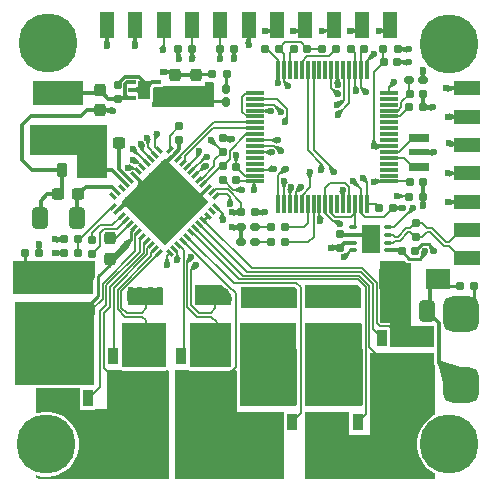
<source format=gbr>
%TF.GenerationSoftware,KiCad,Pcbnew,7.0.6*%
%TF.CreationDate,2023-10-03T21:22:34+08:00*%
%TF.ProjectId,CawDrive,43617744-7269-4766-952e-6b696361645f,rev?*%
%TF.SameCoordinates,Original*%
%TF.FileFunction,Copper,L1,Top*%
%TF.FilePolarity,Positive*%
%FSLAX46Y46*%
G04 Gerber Fmt 4.6, Leading zero omitted, Abs format (unit mm)*
G04 Created by KiCad (PCBNEW 7.0.6) date 2023-10-03 21:22:34*
%MOMM*%
%LPD*%
G01*
G04 APERTURE LIST*
G04 Aperture macros list*
%AMRoundRect*
0 Rectangle with rounded corners*
0 $1 Rounding radius*
0 $2 $3 $4 $5 $6 $7 $8 $9 X,Y pos of 4 corners*
0 Add a 4 corners polygon primitive as box body*
4,1,4,$2,$3,$4,$5,$6,$7,$8,$9,$2,$3,0*
0 Add four circle primitives for the rounded corners*
1,1,$1+$1,$2,$3*
1,1,$1+$1,$4,$5*
1,1,$1+$1,$6,$7*
1,1,$1+$1,$8,$9*
0 Add four rect primitives between the rounded corners*
20,1,$1+$1,$2,$3,$4,$5,0*
20,1,$1+$1,$4,$5,$6,$7,0*
20,1,$1+$1,$6,$7,$8,$9,0*
20,1,$1+$1,$8,$9,$2,$3,0*%
%AMRotRect*
0 Rectangle, with rotation*
0 The origin of the aperture is its center*
0 $1 length*
0 $2 width*
0 $3 Rotation angle, in degrees counterclockwise*
0 Add horizontal line*
21,1,$1,$2,0,0,$3*%
G04 Aperture macros list end*
%TA.AperFunction,SMDPad,CuDef*%
%ADD10RoundRect,0.160000X0.197500X0.160000X-0.197500X0.160000X-0.197500X-0.160000X0.197500X-0.160000X0*%
%TD*%
%TA.AperFunction,SMDPad,CuDef*%
%ADD11RoundRect,0.160000X-0.160000X0.222500X-0.160000X-0.222500X0.160000X-0.222500X0.160000X0.222500X0*%
%TD*%
%TA.AperFunction,SMDPad,CuDef*%
%ADD12RoundRect,0.155000X-0.212500X-0.155000X0.212500X-0.155000X0.212500X0.155000X-0.212500X0.155000X0*%
%TD*%
%TA.AperFunction,SMDPad,CuDef*%
%ADD13RoundRect,0.160000X-0.197500X-0.160000X0.197500X-0.160000X0.197500X0.160000X-0.197500X0.160000X0*%
%TD*%
%TA.AperFunction,SMDPad,CuDef*%
%ADD14RoundRect,0.155000X-0.155000X0.212500X-0.155000X-0.212500X0.155000X-0.212500X0.155000X0.212500X0*%
%TD*%
%TA.AperFunction,SMDPad,CuDef*%
%ADD15RoundRect,0.160000X0.160000X-0.197500X0.160000X0.197500X-0.160000X0.197500X-0.160000X-0.197500X0*%
%TD*%
%TA.AperFunction,SMDPad,CuDef*%
%ADD16RoundRect,0.237500X-0.237500X0.300000X-0.237500X-0.300000X0.237500X-0.300000X0.237500X0.300000X0*%
%TD*%
%TA.AperFunction,SMDPad,CuDef*%
%ADD17R,0.850000X1.450000*%
%TD*%
%TA.AperFunction,SMDPad,CuDef*%
%ADD18R,0.850000X1.050000*%
%TD*%
%TA.AperFunction,SMDPad,CuDef*%
%ADD19R,4.700000X3.750000*%
%TD*%
%TA.AperFunction,SMDPad,CuDef*%
%ADD20RoundRect,0.250000X1.075000X-0.400000X1.075000X0.400000X-1.075000X0.400000X-1.075000X-0.400000X0*%
%TD*%
%TA.AperFunction,ComponentPad*%
%ADD21RoundRect,0.750000X-0.750000X-0.750000X0.750000X-0.750000X0.750000X0.750000X-0.750000X0.750000X0*%
%TD*%
%TA.AperFunction,SMDPad,CuDef*%
%ADD22R,0.660000X0.320000*%
%TD*%
%TA.AperFunction,SMDPad,CuDef*%
%ADD23R,1.000000X1.600000*%
%TD*%
%TA.AperFunction,SMDPad,CuDef*%
%ADD24RotRect,0.665000X0.280000X45.000000*%
%TD*%
%TA.AperFunction,SMDPad,CuDef*%
%ADD25RotRect,0.280000X0.665000X45.000000*%
%TD*%
%TA.AperFunction,SMDPad,CuDef*%
%ADD26RotRect,5.150000X5.150000X45.000000*%
%TD*%
%TA.AperFunction,SMDPad,CuDef*%
%ADD27RoundRect,0.160000X0.222500X0.160000X-0.222500X0.160000X-0.222500X-0.160000X0.222500X-0.160000X0*%
%TD*%
%TA.AperFunction,SMDPad,CuDef*%
%ADD28O,0.840000X0.350000*%
%TD*%
%TA.AperFunction,SMDPad,CuDef*%
%ADD29R,1.650000X2.400000*%
%TD*%
%TA.AperFunction,SMDPad,CuDef*%
%ADD30R,1.200000X2.200000*%
%TD*%
%TA.AperFunction,SMDPad,CuDef*%
%ADD31RoundRect,0.250000X0.650000X-0.412500X0.650000X0.412500X-0.650000X0.412500X-0.650000X-0.412500X0*%
%TD*%
%TA.AperFunction,SMDPad,CuDef*%
%ADD32RoundRect,0.155000X0.155000X-0.212500X0.155000X0.212500X-0.155000X0.212500X-0.155000X-0.212500X0*%
%TD*%
%TA.AperFunction,ComponentPad*%
%ADD33C,0.800000*%
%TD*%
%TA.AperFunction,ComponentPad*%
%ADD34C,5.000000*%
%TD*%
%TA.AperFunction,SMDPad,CuDef*%
%ADD35RoundRect,0.225000X0.225000X0.375000X-0.225000X0.375000X-0.225000X-0.375000X0.225000X-0.375000X0*%
%TD*%
%TA.AperFunction,SMDPad,CuDef*%
%ADD36RoundRect,0.155000X0.212500X0.155000X-0.212500X0.155000X-0.212500X-0.155000X0.212500X-0.155000X0*%
%TD*%
%TA.AperFunction,SMDPad,CuDef*%
%ADD37RoundRect,0.250000X0.412500X0.650000X-0.412500X0.650000X-0.412500X-0.650000X0.412500X-0.650000X0*%
%TD*%
%TA.AperFunction,SMDPad,CuDef*%
%ADD38R,2.000000X1.800000*%
%TD*%
%TA.AperFunction,SMDPad,CuDef*%
%ADD39R,1.700000X0.650000*%
%TD*%
%TA.AperFunction,SMDPad,CuDef*%
%ADD40R,1.700000X0.500000*%
%TD*%
%TA.AperFunction,SMDPad,CuDef*%
%ADD41RoundRect,0.237500X0.300000X0.237500X-0.300000X0.237500X-0.300000X-0.237500X0.300000X-0.237500X0*%
%TD*%
%TA.AperFunction,SMDPad,CuDef*%
%ADD42RoundRect,0.237500X0.237500X-0.300000X0.237500X0.300000X-0.237500X0.300000X-0.237500X-0.300000X0*%
%TD*%
%TA.AperFunction,SMDPad,CuDef*%
%ADD43RoundRect,0.075000X0.700000X0.075000X-0.700000X0.075000X-0.700000X-0.075000X0.700000X-0.075000X0*%
%TD*%
%TA.AperFunction,SMDPad,CuDef*%
%ADD44RoundRect,0.075000X0.075000X0.700000X-0.075000X0.700000X-0.075000X-0.700000X0.075000X-0.700000X0*%
%TD*%
%TA.AperFunction,SMDPad,CuDef*%
%ADD45RoundRect,0.160000X-0.160000X0.197500X-0.160000X-0.197500X0.160000X-0.197500X0.160000X0.197500X0*%
%TD*%
%TA.AperFunction,SMDPad,CuDef*%
%ADD46R,2.200000X1.200000*%
%TD*%
%TA.AperFunction,SMDPad,CuDef*%
%ADD47R,4.220000X2.124000*%
%TD*%
%TA.AperFunction,ViaPad*%
%ADD48C,0.600000*%
%TD*%
%TA.AperFunction,ViaPad*%
%ADD49C,0.800000*%
%TD*%
%TA.AperFunction,Conductor*%
%ADD50C,0.304800*%
%TD*%
%TA.AperFunction,Conductor*%
%ADD51C,0.279400*%
%TD*%
%TA.AperFunction,Conductor*%
%ADD52C,0.160020*%
%TD*%
%TA.AperFunction,Conductor*%
%ADD53C,0.129286*%
%TD*%
G04 APERTURE END LIST*
D10*
%TO.P,R7,1*%
%TO.N,Net-(D4-K)*%
X138138500Y-75692000D03*
%TO.P,R7,2*%
%TO.N,GND*%
X136943500Y-75692000D03*
%TD*%
D11*
%TO.P,D4,1,K*%
%TO.N,Net-(D4-K)*%
X138049000Y-76897500D03*
%TO.P,D4,2,A*%
%TO.N,+3.3V*%
X138049000Y-78042500D03*
%TD*%
D12*
%TO.P,C10,1*%
%TO.N,+36V*%
X157928500Y-93599000D03*
%TO.P,C10,2*%
%TO.N,GND1*%
X159063500Y-93599000D03*
%TD*%
D13*
%TO.P,R4,1*%
%TO.N,GND1*%
X121068500Y-90805000D03*
%TO.P,R4,2*%
%TO.N,GND*%
X122263500Y-90805000D03*
%TD*%
D14*
%TO.P,C12,1*%
%TO.N,GND*%
X147701000Y-89221500D03*
%TO.P,C12,2*%
%TO.N,+5V*%
X147701000Y-90356500D03*
%TD*%
D15*
%TO.P,R17,1*%
%TO.N,+3.3V*%
X137795000Y-84671500D03*
%TO.P,R17,2*%
%TO.N,/DRV_FAULT*%
X137795000Y-83476500D03*
%TD*%
D10*
%TO.P,R1,1*%
%TO.N,GND*%
X154775500Y-86106000D03*
%TO.P,R1,2*%
%TO.N,Net-(U1-BOOT0)*%
X153580500Y-86106000D03*
%TD*%
D16*
%TO.P,C16,1*%
%TO.N,+5V*%
X127381000Y-76998500D03*
%TO.P,C16,2*%
%TO.N,GND*%
X127381000Y-78723500D03*
%TD*%
D10*
%TO.P,R5,1*%
%TO.N,/SWDIO*%
X135217500Y-73533000D03*
%TO.P,R5,2*%
%TO.N,+3.3V*%
X134022500Y-73533000D03*
%TD*%
D17*
%TO.P,Q7,1,S*%
%TO.N,/DRV8323RSRGZR/PHASA*%
X122555000Y-103124000D03*
%TO.P,Q7,2,S*%
X123825000Y-103124000D03*
%TO.P,Q7,3,S*%
X125095000Y-103124000D03*
%TO.P,Q7,4,G*%
%TO.N,/DRV8323RSRGZR/GHA*%
X126365000Y-103124000D03*
D18*
%TO.P,Q7,5,D*%
%TO.N,+36V*%
X126365000Y-97424000D03*
%TO.P,Q7,6,D*%
X125095000Y-97424000D03*
%TO.P,Q7,7,D*%
X123825000Y-97424000D03*
%TO.P,Q7,8,D*%
X122555000Y-97424000D03*
D19*
%TO.P,Q7,9,D*%
X124460000Y-99824000D03*
%TD*%
D13*
%TO.P,R9,1*%
%TO.N,Net-(D1-K)*%
X141896500Y-88646000D03*
%TO.P,R9,2*%
%TO.N,/MCU_STA*%
X143091500Y-88646000D03*
%TD*%
D20*
%TO.P,R18,1*%
%TO.N,/DRV8323RSRGZR/SPA*%
X131064000Y-97562000D03*
%TO.P,R18,2*%
%TO.N,GND1*%
X131064000Y-94462000D03*
%TD*%
D21*
%TO.P,H8,1,1*%
%TO.N,GND1*%
X158000000Y-96000000D03*
%TD*%
D22*
%TO.P,U2,1,OUT*%
%TO.N,+3.3V*%
X132207000Y-77657500D03*
%TO.P,U2,2,SNS*%
X132207000Y-77007500D03*
%TO.P,U2,3,GND*%
%TO.N,GND*%
X132207000Y-76357500D03*
%TO.P,U2,4,EN*%
%TO.N,+5V*%
X130157000Y-76357500D03*
%TO.P,U2,5,GND*%
%TO.N,GND*%
X130157000Y-77007500D03*
%TO.P,U2,6,IN*%
%TO.N,+5V*%
X130157000Y-77657500D03*
D23*
%TO.P,U2,7,NC*%
%TO.N,GND*%
X131182000Y-77007500D03*
%TD*%
D24*
%TO.P,U5,1,FB*%
%TO.N,/DRV8323RSRGZR/FB*%
X128534344Y-86939340D03*
%TO.P,U5,2,PGND*%
%TO.N,GND*%
X128887897Y-87292894D03*
%TO.P,U5,3,CPL*%
%TO.N,Net-(U5-CPL)*%
X129241450Y-87646447D03*
%TO.P,U5,4,CPH*%
%TO.N,Net-(U5-CPH)*%
X129595004Y-88000000D03*
%TO.P,U5,5,VCP*%
%TO.N,Net-(U5-VCP)*%
X129948557Y-88353554D03*
%TO.P,U5,6,VM*%
%TO.N,+36V*%
X130302111Y-88707107D03*
%TO.P,U5,7,VDRAIN*%
X130655664Y-89060660D03*
%TO.P,U5,8,GHA*%
%TO.N,/DRV8323RSRGZR/GHA*%
X131009217Y-89414214D03*
%TO.P,U5,9,SHA*%
%TO.N,/DRV8323RSRGZR/PHASA*%
X131362771Y-89767767D03*
%TO.P,U5,10,GLA*%
%TO.N,/DRV8323RSRGZR/GLA*%
X131716324Y-90121321D03*
%TO.P,U5,11,SPA*%
%TO.N,/DRV8323RSRGZR/SPA*%
X132069877Y-90474874D03*
%TO.P,U5,12,SNA*%
%TO.N,GND1*%
X132423431Y-90828427D03*
D25*
%TO.P,U5,13,SNB*%
X133352569Y-90828427D03*
%TO.P,U5,14,SPB*%
%TO.N,/DRV8323RSRGZR/SPB*%
X133706123Y-90474874D03*
%TO.P,U5,15,GLB*%
%TO.N,/DRV8323RSRGZR/GLB*%
X134059676Y-90121321D03*
%TO.P,U5,16,SHB*%
%TO.N,/DRV8323RSRGZR/PHASB*%
X134413229Y-89767767D03*
%TO.P,U5,17,GHB*%
%TO.N,/DRV8323RSRGZR/GHB*%
X134766783Y-89414214D03*
%TO.P,U5,18,GHC*%
%TO.N,/DRV8323RSRGZR/GHC*%
X135120336Y-89060660D03*
%TO.P,U5,19,SHC*%
%TO.N,/DRV8323RSRGZR/PHASC*%
X135473889Y-88707107D03*
%TO.P,U5,20,GLC*%
%TO.N,/DRV8323RSRGZR/GLC*%
X135827443Y-88353554D03*
%TO.P,U5,21,SPC*%
%TO.N,GND1*%
X136180996Y-88000000D03*
%TO.P,U5,22,SNC*%
X136534550Y-87646447D03*
%TO.P,U5,23,SOC*%
%TO.N,unconnected-(U5-SOC-Pad23)*%
X136888103Y-87292894D03*
%TO.P,U5,24,SOB*%
%TO.N,/ADC1_IN9*%
X137241656Y-86939340D03*
D24*
%TO.P,U5,25,SOA*%
%TO.N,/ADC1_IN8*%
X137241656Y-86010202D03*
%TO.P,U5,26,VREF*%
%TO.N,+3.3V*%
X136888103Y-85656648D03*
%TO.P,U5,27,DGND*%
%TO.N,GND*%
X136534550Y-85303095D03*
%TO.P,U5,28,nFAULT*%
%TO.N,/DRV_FAULT*%
X136180996Y-84949542D03*
%TO.P,U5,29,SDO*%
%TO.N,/SPI3_MISO*%
X135827443Y-84595988D03*
%TO.P,U5,30,SDI*%
%TO.N,/SPI3_MOSI*%
X135473889Y-84242435D03*
%TO.P,U5,31,SCLK*%
%TO.N,/SPI3_SCK*%
X135120336Y-83888882D03*
%TO.P,U5,32,nSCS*%
%TO.N,/SPI3_NSS*%
X134766783Y-83535328D03*
%TO.P,U5,33,ENABLE*%
%TO.N,/DRV_ENABLE*%
X134413229Y-83181775D03*
%TO.P,U5,34,CAL*%
%TO.N,/DRV_CAL*%
X134059676Y-82828221D03*
%TO.P,U5,35,AGND*%
%TO.N,GND*%
X133706123Y-82474668D03*
%TO.P,U5,36,DVDD*%
%TO.N,Net-(U5-DVDD)*%
X133352569Y-82121115D03*
D25*
%TO.P,U5,37,INHA*%
%TO.N,/TIM1_PWM_CH1*%
X132423431Y-82121115D03*
%TO.P,U5,38,INLA*%
%TO.N,/TIM1_PWM_CH1N*%
X132069877Y-82474668D03*
%TO.P,U5,39,INHB*%
%TO.N,/TIM1_PWM_CH2*%
X131716324Y-82828221D03*
%TO.P,U5,40,INLB*%
%TO.N,/TIM1_PWM_CH2N*%
X131362771Y-83181775D03*
%TO.P,U5,41,INHC*%
%TO.N,/TIM1_PWM_CH3*%
X131009217Y-83535328D03*
%TO.P,U5,42,INLC*%
%TO.N,/TIM1_PWM_CH3N*%
X130655664Y-83888882D03*
%TO.P,U5,43,BGND*%
%TO.N,GND*%
X130302111Y-84242435D03*
%TO.P,U5,44,CB*%
%TO.N,/DRV8323RSRGZR/CB*%
X129948557Y-84595988D03*
%TO.P,U5,45,SW*%
%TO.N,/DRV8323RSRGZR/SW*%
X129595004Y-84949542D03*
%TO.P,U5,46,NC*%
%TO.N,unconnected-(U5-NC-Pad46)*%
X129241450Y-85303095D03*
%TO.P,U5,47,VIN*%
%TO.N,+36V*%
X128887897Y-85656648D03*
%TO.P,U5,48,nSHDN*%
%TO.N,unconnected-(U5-nSHDN-Pad48)*%
X128534344Y-86010202D03*
D26*
%TO.P,U5,49,EP*%
%TO.N,GND*%
X132888000Y-86474771D03*
%TD*%
D12*
%TO.P,C2,1*%
%TO.N,+3.3V*%
X153630500Y-84836000D03*
%TO.P,C2,2*%
%TO.N,GND*%
X154765500Y-84836000D03*
%TD*%
D27*
%TO.P,L1,1*%
%TO.N,+3.3V*%
X154750500Y-76200000D03*
%TO.P,L1,2*%
%TO.N,+3.3VA*%
X153605500Y-76200000D03*
%TD*%
D28*
%TO.P,U3,1,TXD*%
%TO.N,/CAN_TX*%
X148844000Y-88646000D03*
%TO.P,U3,2,GND*%
%TO.N,GND*%
X148844000Y-89296000D03*
%TO.P,U3,3,VCC*%
%TO.N,+5V*%
X148844000Y-89946000D03*
%TO.P,U3,4,RXD*%
%TO.N,/CAN_RX*%
X148844000Y-90596000D03*
%TO.P,U3,5,NC/VIO*%
%TO.N,+3.3V*%
X151834000Y-90596000D03*
%TO.P,U3,6,CANL*%
%TO.N,/CAN_N*%
X151834000Y-89946000D03*
%TO.P,U3,7,CANH*%
%TO.N,/CAN_P*%
X151834000Y-89296000D03*
%TO.P,U3,8,STB*%
%TO.N,/CAN_STB*%
X151834000Y-88646000D03*
D29*
%TO.P,U3,9,EP*%
%TO.N,GND*%
X150339000Y-89621000D03*
%TD*%
D30*
%TO.P,J1,1,Pin_1*%
%TO.N,+3.3V*%
X128000000Y-71500000D03*
%TO.P,J1,2,Pin_2*%
%TO.N,GND*%
X130400000Y-71500000D03*
%TO.P,J1,3,Pin_3*%
%TO.N,/RESET*%
X132800000Y-71500000D03*
%TO.P,J1,4,Pin_4*%
%TO.N,/SWDIO*%
X135200000Y-71500000D03*
%TO.P,J1,5,Pin_5*%
%TO.N,/SWCLK*%
X137600000Y-71500000D03*
%TO.P,J1,6,Pin_6*%
%TO.N,+3.3V*%
X140000000Y-71500000D03*
%TO.P,J1,7,Pin_7*%
%TO.N,GND*%
X142400000Y-71500000D03*
%TO.P,J1,8,Pin_8*%
%TO.N,/SPI1_NSS*%
X144800000Y-71500000D03*
%TO.P,J1,9,Pin_9*%
%TO.N,/SPI1_SCK*%
X147200000Y-71500000D03*
%TO.P,J1,10,Pin_10*%
%TO.N,/SPI1_MISO*%
X149600000Y-71500000D03*
%TO.P,J1,11,Pin_11*%
%TO.N,/SPI1_MOSI*%
X152000000Y-71500000D03*
%TD*%
D31*
%TO.P,C22,1*%
%TO.N,+36V*%
X121259600Y-95669500D03*
%TO.P,C22,2*%
%TO.N,GND1*%
X121259600Y-92544500D03*
%TD*%
D32*
%TO.P,C7,1*%
%TO.N,+5V*%
X128905000Y-77745000D03*
%TO.P,C7,2*%
%TO.N,GND*%
X128905000Y-76610000D03*
%TD*%
D17*
%TO.P,Q12,1,S*%
%TO.N,GND1*%
X155067000Y-98000000D03*
%TO.P,Q12,2,S*%
X153797000Y-98000000D03*
%TO.P,Q12,3,S*%
X152527000Y-98000000D03*
%TO.P,Q12,4,G*%
%TO.N,/DRV8323RSRGZR/GLC*%
X151257000Y-98000000D03*
D18*
%TO.P,Q12,5,D*%
%TO.N,/DRV8323RSRGZR/PHASC*%
X151257000Y-103700000D03*
%TO.P,Q12,6,D*%
X152527000Y-103700000D03*
%TO.P,Q12,7,D*%
X153797000Y-103700000D03*
%TO.P,Q12,8,D*%
X155067000Y-103700000D03*
D19*
%TO.P,Q12,9,D*%
X153162000Y-101300000D03*
%TD*%
D13*
%TO.P,R2,1*%
%TO.N,Net-(U1-VSSA)*%
X153580500Y-78486000D03*
%TO.P,R2,2*%
%TO.N,GND*%
X154775500Y-78486000D03*
%TD*%
D17*
%TO.P,Q9,1,S*%
%TO.N,/DRV8323RSRGZR/PHASB*%
X139845000Y-105112000D03*
%TO.P,Q9,2,S*%
X141115000Y-105112000D03*
%TO.P,Q9,3,S*%
X142385000Y-105112000D03*
%TO.P,Q9,4,G*%
%TO.N,/DRV8323RSRGZR/GHB*%
X143655000Y-105112000D03*
D18*
%TO.P,Q9,5,D*%
%TO.N,+36V*%
X143655000Y-99412000D03*
%TO.P,Q9,6,D*%
X142385000Y-99412000D03*
%TO.P,Q9,7,D*%
X141115000Y-99412000D03*
%TO.P,Q9,8,D*%
X139845000Y-99412000D03*
D19*
%TO.P,Q9,9,D*%
X141750000Y-101812000D03*
%TD*%
D31*
%TO.P,C23,1*%
%TO.N,+36V*%
X140462000Y-97592500D03*
%TO.P,C23,2*%
%TO.N,GND1*%
X140462000Y-94467500D03*
%TD*%
D33*
%TO.P,H2,1,1*%
%TO.N,unconnected-(H2-Pad1)*%
X155125000Y-73125000D03*
X155674175Y-71799175D03*
X155674175Y-74450825D03*
X157000000Y-71250000D03*
D34*
X157000000Y-73125000D03*
D33*
X157000000Y-75000000D03*
X158325825Y-71799175D03*
X158325825Y-74450825D03*
X158875000Y-73125000D03*
%TD*%
D10*
%TO.P,R3,1*%
%TO.N,Net-(U1-PB2)*%
X147409500Y-73533000D03*
%TO.P,R3,2*%
%TO.N,GND*%
X146214500Y-73533000D03*
%TD*%
D21*
%TO.P,H6,1,1*%
%TO.N,/DRV8323RSRGZR/PHASB*%
X140000000Y-108000000D03*
%TD*%
D31*
%TO.P,C20,1*%
%TO.N,+36V*%
X126034800Y-95669500D03*
%TO.P,C20,2*%
%TO.N,GND1*%
X126034800Y-92544500D03*
%TD*%
D35*
%TO.P,D3,1,K*%
%TO.N,/DRV8323RSRGZR/SW*%
X127507000Y-83820000D03*
%TO.P,D3,2,A*%
%TO.N,GND*%
X124207000Y-83820000D03*
%TD*%
D31*
%TO.P,C25,1*%
%TO.N,+36V*%
X145796000Y-97592500D03*
%TO.P,C25,2*%
%TO.N,GND1*%
X145796000Y-94467500D03*
%TD*%
D12*
%TO.P,C1,1*%
%TO.N,Net-(U1-VCAP_1)*%
X143831500Y-73523000D03*
%TO.P,C1,2*%
%TO.N,GND*%
X144966500Y-73523000D03*
%TD*%
D15*
%TO.P,R8,1*%
%TO.N,/CAN_N*%
X154178000Y-89497500D03*
%TO.P,R8,2*%
%TO.N,/CAN_P*%
X154178000Y-88302500D03*
%TD*%
D12*
%TO.P,C8,1*%
%TO.N,+3.3VA*%
X153630500Y-77343000D03*
%TO.P,C8,2*%
%TO.N,GND*%
X154765500Y-77343000D03*
%TD*%
D36*
%TO.P,C9,1*%
%TO.N,GND*%
X154110500Y-90678000D03*
%TO.P,C9,2*%
%TO.N,+3.3V*%
X152975500Y-90678000D03*
%TD*%
D33*
%TO.P,H4,1,1*%
%TO.N,unconnected-(H4-Pad1)*%
X121000000Y-107000000D03*
X121549175Y-105674175D03*
X121549175Y-108325825D03*
X122875000Y-105125000D03*
D34*
X122875000Y-107000000D03*
D33*
X122875000Y-108875000D03*
X124200825Y-105674175D03*
X124200825Y-108325825D03*
X124750000Y-107000000D03*
%TD*%
D37*
%TO.P,C30,1*%
%TO.N,+36V*%
X125446500Y-87884000D03*
%TO.P,C30,2*%
%TO.N,GND*%
X122321500Y-87884000D03*
%TD*%
D38*
%TO.P,TV1,1,K*%
%TO.N,+36V*%
X156070000Y-93010000D03*
%TO.P,TV1,2,A*%
%TO.N,GND1*%
X152070000Y-93010000D03*
%TD*%
D39*
%TO.P,X1,1,OSC1*%
%TO.N,/HSE_IN*%
X154453000Y-83496000D03*
D40*
%TO.P,X1,2,GND*%
%TO.N,GND*%
X154453000Y-82296000D03*
D39*
%TO.P,X1,3,OSC2*%
%TO.N,/HSE_OUT*%
X154453000Y-81096000D03*
%TD*%
D10*
%TO.P,R10,1*%
%TO.N,+3.3V*%
X152616500Y-73533000D03*
%TO.P,R10,2*%
%TO.N,/RESET*%
X151421500Y-73533000D03*
%TD*%
D41*
%TO.P,C33,1*%
%TO.N,+36V*%
X125576500Y-85852000D03*
%TO.P,C33,2*%
%TO.N,GND*%
X123851500Y-85852000D03*
%TD*%
D14*
%TO.P,C31,1*%
%TO.N,Net-(U5-DVDD)*%
X134140000Y-80082500D03*
%TO.P,C31,2*%
%TO.N,GND*%
X134140000Y-81217500D03*
%TD*%
D42*
%TO.P,C35,1*%
%TO.N,+3.3V*%
X135509000Y-77470000D03*
%TO.P,C35,2*%
%TO.N,GND*%
X135509000Y-75745000D03*
%TD*%
D12*
%TO.P,C14,1*%
%TO.N,/RESET*%
X151451500Y-74676000D03*
%TO.P,C14,2*%
%TO.N,GND*%
X152586500Y-74676000D03*
%TD*%
D41*
%TO.P,C15,1*%
%TO.N,/DRV8323RSRGZR/CB*%
X129005500Y-81534000D03*
%TO.P,C15,2*%
%TO.N,/DRV8323RSRGZR/SW*%
X127280500Y-81534000D03*
%TD*%
D31*
%TO.P,C26,1*%
%TO.N,+36V*%
X148336000Y-97592500D03*
%TO.P,C26,2*%
%TO.N,GND1*%
X148336000Y-94467500D03*
%TD*%
D43*
%TO.P,U1,1,VBAT*%
%TO.N,+3.3V*%
X151925000Y-84750000D03*
%TO.P,U1,2,PC13*%
%TO.N,unconnected-(U1-PC13-Pad2)*%
X151925000Y-84250000D03*
%TO.P,U1,3,PC14*%
%TO.N,unconnected-(U1-PC14-Pad3)*%
X151925000Y-83750000D03*
%TO.P,U1,4,PC15*%
%TO.N,unconnected-(U1-PC15-Pad4)*%
X151925000Y-83250000D03*
%TO.P,U1,5,PH0*%
%TO.N,/HSE_IN*%
X151925000Y-82750000D03*
%TO.P,U1,6,PH1*%
%TO.N,/HSE_OUT*%
X151925000Y-82250000D03*
%TO.P,U1,7,NRST*%
%TO.N,/RESET*%
X151925000Y-81750000D03*
%TO.P,U1,8,PC0*%
%TO.N,unconnected-(U1-PC0-Pad8)*%
X151925000Y-81250000D03*
%TO.P,U1,9,PC1*%
%TO.N,unconnected-(U1-PC1-Pad9)*%
X151925000Y-80750000D03*
%TO.P,U1,10,PC2*%
%TO.N,unconnected-(U1-PC2-Pad10)*%
X151925000Y-80250000D03*
%TO.P,U1,11,PC3*%
%TO.N,unconnected-(U1-PC3-Pad11)*%
X151925000Y-79750000D03*
%TO.P,U1,12,VSSA*%
%TO.N,Net-(U1-VSSA)*%
X151925000Y-79250000D03*
%TO.P,U1,13,VDDA*%
%TO.N,+3.3VA*%
X151925000Y-78750000D03*
%TO.P,U1,14,PA0*%
%TO.N,unconnected-(U1-PA0-Pad14)*%
X151925000Y-78250000D03*
%TO.P,U1,15,PA1*%
%TO.N,unconnected-(U1-PA1-Pad15)*%
X151925000Y-77750000D03*
%TO.P,U1,16,PA2*%
%TO.N,/USART2_TX*%
X151925000Y-77250000D03*
D44*
%TO.P,U1,17,PA3*%
%TO.N,/USART2_RX*%
X150000000Y-75325000D03*
%TO.P,U1,18,VSS*%
%TO.N,GND*%
X149500000Y-75325000D03*
%TO.P,U1,19,VDD*%
%TO.N,+3.3V*%
X149000000Y-75325000D03*
%TO.P,U1,20,PA4*%
%TO.N,/SPI1_NSS*%
X148500000Y-75325000D03*
%TO.P,U1,21,PA5*%
%TO.N,/SPI1_SCK*%
X148000000Y-75325000D03*
%TO.P,U1,22,PA6*%
%TO.N,/SPI1_MISO*%
X147500000Y-75325000D03*
%TO.P,U1,23,PA7*%
%TO.N,/SPI1_MOSI*%
X147000000Y-75325000D03*
%TO.P,U1,24,PC4*%
%TO.N,unconnected-(U1-PC4-Pad24)*%
X146500000Y-75325000D03*
%TO.P,U1,25,PC5*%
%TO.N,unconnected-(U1-PC5-Pad25)*%
X146000000Y-75325000D03*
%TO.P,U1,26,PB0*%
%TO.N,/ADC1_IN8*%
X145500000Y-75325000D03*
%TO.P,U1,27,PB1*%
%TO.N,/ADC1_IN9*%
X145000000Y-75325000D03*
%TO.P,U1,28,PB2*%
%TO.N,Net-(U1-PB2)*%
X144500000Y-75325000D03*
%TO.P,U1,29,PB10*%
%TO.N,unconnected-(U1-PB10-Pad29)*%
X144000000Y-75325000D03*
%TO.P,U1,30,VCAP_1*%
%TO.N,Net-(U1-VCAP_1)*%
X143500000Y-75325000D03*
%TO.P,U1,31,VSS*%
%TO.N,GND*%
X143000000Y-75325000D03*
%TO.P,U1,32,VDD*%
%TO.N,+3.3V*%
X142500000Y-75325000D03*
D43*
%TO.P,U1,33,PB12*%
%TO.N,/TIM1_BKIN*%
X140575000Y-77250000D03*
%TO.P,U1,34,PB13*%
%TO.N,/TIM1_PWM_CH1N*%
X140575000Y-77750000D03*
%TO.P,U1,35,PB14*%
%TO.N,/TIM1_PWM_CH2N*%
X140575000Y-78250000D03*
%TO.P,U1,36,PB15*%
%TO.N,/TIM1_PWM_CH3N*%
X140575000Y-78750000D03*
%TO.P,U1,37,PC6*%
%TO.N,/TIM1_BKIN*%
X140575000Y-79250000D03*
%TO.P,U1,38,PC7*%
%TO.N,/DRV_CAL*%
X140575000Y-79750000D03*
%TO.P,U1,39,PC8*%
%TO.N,/DRV_ENABLE*%
X140575000Y-80250000D03*
%TO.P,U1,40,PC9*%
%TO.N,/DRV_FAULT*%
X140575000Y-80750000D03*
%TO.P,U1,41,PA8*%
%TO.N,/TIM1_PWM_CH1*%
X140575000Y-81250000D03*
%TO.P,U1,42,PA9*%
%TO.N,/TIM1_PWM_CH2*%
X140575000Y-81750000D03*
%TO.P,U1,43,PA10*%
%TO.N,/TIM1_PWM_CH3*%
X140575000Y-82250000D03*
%TO.P,U1,44,PA11*%
%TO.N,unconnected-(U1-PA11-Pad44)*%
X140575000Y-82750000D03*
%TO.P,U1,45,PA12*%
%TO.N,unconnected-(U1-PA12-Pad45)*%
X140575000Y-83250000D03*
%TO.P,U1,46,PA13*%
%TO.N,/SWDIO*%
X140575000Y-83750000D03*
%TO.P,U1,47,VSS*%
%TO.N,GND*%
X140575000Y-84250000D03*
%TO.P,U1,48,VDD*%
%TO.N,+3.3V*%
X140575000Y-84750000D03*
D44*
%TO.P,U1,49,PA14*%
%TO.N,/SWCLK*%
X142500000Y-86675000D03*
%TO.P,U1,50,PA15*%
%TO.N,/SPI3_NSS*%
X143000000Y-86675000D03*
%TO.P,U1,51,PC10*%
%TO.N,/SPI3_SCK*%
X143500000Y-86675000D03*
%TO.P,U1,52,PC11*%
%TO.N,/SPI3_MISO*%
X144000000Y-86675000D03*
%TO.P,U1,53,PC12*%
%TO.N,/SPI3_MOSI*%
X144500000Y-86675000D03*
%TO.P,U1,54,PD2*%
%TO.N,/MCU_STA*%
X145000000Y-86675000D03*
%TO.P,U1,55,PB3*%
%TO.N,/DRV_STA*%
X145500000Y-86675000D03*
%TO.P,U1,56,PB4*%
%TO.N,/CAN_STB*%
X146000000Y-86675000D03*
%TO.P,U1,57,PB5*%
%TO.N,/CAN_RX*%
X146500000Y-86675000D03*
%TO.P,U1,58,PB6*%
%TO.N,/CAN_TX*%
X147000000Y-86675000D03*
%TO.P,U1,59,PB7*%
%TO.N,unconnected-(U1-PB7-Pad59)*%
X147500000Y-86675000D03*
%TO.P,U1,60,BOOT0*%
%TO.N,Net-(U1-BOOT0)*%
X148000000Y-86675000D03*
%TO.P,U1,61,PB8*%
%TO.N,/CAN_RX*%
X148500000Y-86675000D03*
%TO.P,U1,62,PB9*%
%TO.N,/CAN_TX*%
X149000000Y-86675000D03*
%TO.P,U1,63,VSS*%
%TO.N,GND*%
X149500000Y-86675000D03*
%TO.P,U1,64,VDD*%
%TO.N,+3.3V*%
X150000000Y-86675000D03*
%TD*%
D45*
%TO.P,R16,1*%
%TO.N,+3.3V*%
X137795000Y-81063500D03*
%TO.P,R16,2*%
%TO.N,/SPI3_MISO*%
X137795000Y-82258500D03*
%TD*%
D17*
%TO.P,Q8,1,S*%
%TO.N,/DRV8323RSRGZR/SPA*%
X132334000Y-99568000D03*
%TO.P,Q8,2,S*%
X131064000Y-99568000D03*
%TO.P,Q8,3,S*%
X129794000Y-99568000D03*
%TO.P,Q8,4,G*%
%TO.N,/DRV8323RSRGZR/GLA*%
X128524000Y-99568000D03*
D18*
%TO.P,Q8,5,D*%
%TO.N,/DRV8323RSRGZR/PHASA*%
X128524000Y-105268000D03*
%TO.P,Q8,6,D*%
X129794000Y-105268000D03*
%TO.P,Q8,7,D*%
X131064000Y-105268000D03*
%TO.P,Q8,8,D*%
X132334000Y-105268000D03*
D19*
%TO.P,Q8,9,D*%
X130429000Y-102868000D03*
%TD*%
D12*
%TO.P,C6,1*%
%TO.N,+3.3V*%
X151070500Y-86995000D03*
%TO.P,C6,2*%
%TO.N,GND*%
X152205500Y-86995000D03*
%TD*%
D21*
%TO.P,H7,1,1*%
%TO.N,/DRV8323RSRGZR/PHASC*%
X149000000Y-108000000D03*
%TD*%
D20*
%TO.P,R19,1*%
%TO.N,/DRV8323RSRGZR/SPB*%
X137000000Y-97550000D03*
%TO.P,R19,2*%
%TO.N,GND1*%
X137000000Y-94450000D03*
%TD*%
D42*
%TO.P,C34,1*%
%TO.N,+3.3V*%
X133731000Y-77470000D03*
%TO.P,C34,2*%
%TO.N,GND*%
X133731000Y-75745000D03*
%TD*%
D21*
%TO.P,H9,1,1*%
%TO.N,+36V*%
X158000000Y-102000000D03*
%TD*%
D17*
%TO.P,Q10,1,S*%
%TO.N,/DRV8323RSRGZR/SPB*%
X138049000Y-99568000D03*
%TO.P,Q10,2,S*%
X136779000Y-99568000D03*
%TO.P,Q10,3,S*%
X135509000Y-99568000D03*
%TO.P,Q10,4,G*%
%TO.N,/DRV8323RSRGZR/GLB*%
X134239000Y-99568000D03*
D18*
%TO.P,Q10,5,D*%
%TO.N,/DRV8323RSRGZR/PHASB*%
X134239000Y-105268000D03*
%TO.P,Q10,6,D*%
X135509000Y-105268000D03*
%TO.P,Q10,7,D*%
X136779000Y-105268000D03*
%TO.P,Q10,8,D*%
X138049000Y-105268000D03*
D19*
%TO.P,Q10,9,D*%
X136144000Y-102868000D03*
%TD*%
D37*
%TO.P,C29,1*%
%TO.N,+36V*%
X155105500Y-95758000D03*
%TO.P,C29,2*%
%TO.N,GND1*%
X151980500Y-95758000D03*
%TD*%
D27*
%TO.P,D1,1,K*%
%TO.N,Net-(D1-K)*%
X140526500Y-88646000D03*
%TO.P,D1,2,A*%
%TO.N,+3.3V*%
X139381500Y-88646000D03*
%TD*%
%TO.P,D2,1,K*%
%TO.N,Net-(D2-K)*%
X140526500Y-89916000D03*
%TO.P,D2,2,A*%
%TO.N,+3.3V*%
X139381500Y-89916000D03*
%TD*%
D10*
%TO.P,R14,1*%
%TO.N,/DRV8323RSRGZR/FB*%
X125565500Y-90805000D03*
%TO.P,R14,2*%
%TO.N,GND*%
X124370500Y-90805000D03*
%TD*%
D31*
%TO.P,C24,1*%
%TO.N,+36V*%
X142875000Y-97592500D03*
%TO.P,C24,2*%
%TO.N,GND1*%
X142875000Y-94467500D03*
%TD*%
D33*
%TO.P,H1,1,1*%
%TO.N,unconnected-(H1-Pad1)*%
X121125000Y-73000000D03*
X121674175Y-71674175D03*
X121674175Y-74325825D03*
X123000000Y-71125000D03*
D34*
X123000000Y-73000000D03*
D33*
X123000000Y-74875000D03*
X124325825Y-71674175D03*
X124325825Y-74325825D03*
X124875000Y-73000000D03*
%TD*%
D46*
%TO.P,J4,1,Pin_1*%
%TO.N,+3.3V*%
X158496000Y-76874000D03*
%TO.P,J4,2,Pin_2*%
%TO.N,GND*%
X158496000Y-79274000D03*
%TO.P,J4,3,Pin_3*%
%TO.N,/USART2_RX*%
X158496000Y-81674000D03*
%TO.P,J4,4,Pin_4*%
%TO.N,/USART2_TX*%
X158496000Y-84074000D03*
%TO.P,J4,5,Pin_5*%
%TO.N,GND*%
X158496000Y-86474000D03*
%TO.P,J4,6,Pin_6*%
%TO.N,/CAN_P*%
X158496000Y-88874000D03*
%TO.P,J4,7,Pin_7*%
%TO.N,/CAN_N*%
X158496000Y-91274000D03*
%TD*%
D33*
%TO.P,H3,1,1*%
%TO.N,unconnected-(H3-Pad1)*%
X155125000Y-107000000D03*
X155674175Y-105674175D03*
X155674175Y-108325825D03*
X157000000Y-105125000D03*
D34*
X157000000Y-107000000D03*
D33*
X157000000Y-108875000D03*
X158325825Y-105674175D03*
X158325825Y-108325825D03*
X158875000Y-107000000D03*
%TD*%
D13*
%TO.P,R13,1*%
%TO.N,+5V*%
X124370500Y-89662000D03*
%TO.P,R13,2*%
%TO.N,/DRV8323RSRGZR/FB*%
X125565500Y-89662000D03*
%TD*%
D12*
%TO.P,C32,1*%
%TO.N,+3.3V*%
X139386500Y-87376000D03*
%TO.P,C32,2*%
%TO.N,GND*%
X140521500Y-87376000D03*
%TD*%
%TO.P,C3,1*%
%TO.N,+3.3V*%
X148657500Y-73523000D03*
%TO.P,C3,2*%
%TO.N,GND*%
X149792500Y-73523000D03*
%TD*%
D31*
%TO.P,C21,1*%
%TO.N,+36V*%
X123647200Y-95669500D03*
%TO.P,C21,2*%
%TO.N,GND1*%
X123647200Y-92544500D03*
%TD*%
D21*
%TO.P,H5,1,1*%
%TO.N,/DRV8323RSRGZR/PHASA*%
X131000000Y-108000000D03*
%TD*%
D42*
%TO.P,C28,1*%
%TO.N,+36V*%
X128250000Y-91286500D03*
%TO.P,C28,2*%
%TO.N,Net-(U5-VCP)*%
X128250000Y-89561500D03*
%TD*%
D13*
%TO.P,R11,1*%
%TO.N,Net-(D2-K)*%
X141896500Y-89916000D03*
%TO.P,R11,2*%
%TO.N,/DRV_STA*%
X143091500Y-89916000D03*
%TD*%
D47*
%TO.P,L2,1,1*%
%TO.N,/DRV8323RSRGZR/SW*%
X123825000Y-81248000D03*
%TO.P,L2,2,2*%
%TO.N,+5V*%
X123825000Y-77248000D03*
%TD*%
D13*
%TO.P,R6,1*%
%TO.N,/SWCLK*%
X137578500Y-73533000D03*
%TO.P,R6,2*%
%TO.N,GND*%
X138773500Y-73533000D03*
%TD*%
D12*
%TO.P,C4,1*%
%TO.N,+3.3V*%
X141418500Y-73523000D03*
%TO.P,C4,2*%
%TO.N,GND*%
X142553500Y-73523000D03*
%TD*%
D17*
%TO.P,Q11,1,S*%
%TO.N,/DRV8323RSRGZR/PHASC*%
X145415000Y-105112000D03*
%TO.P,Q11,2,S*%
X146685000Y-105112000D03*
%TO.P,Q11,3,S*%
X147955000Y-105112000D03*
%TO.P,Q11,4,G*%
%TO.N,/DRV8323RSRGZR/GHC*%
X149225000Y-105112000D03*
D18*
%TO.P,Q11,5,D*%
%TO.N,+36V*%
X149225000Y-99412000D03*
%TO.P,Q11,6,D*%
X147955000Y-99412000D03*
%TO.P,Q11,7,D*%
X146685000Y-99412000D03*
%TO.P,Q11,8,D*%
X145415000Y-99412000D03*
D19*
%TO.P,Q11,9,D*%
X147320000Y-101812000D03*
%TD*%
D32*
%TO.P,C5,1*%
%TO.N,+3.3V*%
X138938000Y-84641500D03*
%TO.P,C5,2*%
%TO.N,GND*%
X138938000Y-83506500D03*
%TD*%
D14*
%TO.P,C27,1*%
%TO.N,Net-(U5-CPL)*%
X126750000Y-89729500D03*
%TO.P,C27,2*%
%TO.N,Net-(U5-CPH)*%
X126750000Y-90864500D03*
%TD*%
D48*
%TO.N,GND1*%
X125984000Y-93726000D03*
X148971000Y-94742000D03*
X148971000Y-93980000D03*
X146685000Y-94742000D03*
X146685000Y-93980000D03*
X143510000Y-94742000D03*
X143510000Y-93980000D03*
X141224000Y-94742000D03*
X141224000Y-93980000D03*
%TO.N,/DRV8323RSRGZR/PHASA*%
X125095000Y-103759000D03*
X123825000Y-103759000D03*
X122555000Y-103759000D03*
%TO.N,GND1*%
X138303000Y-94742000D03*
%TO.N,/DRV8323RSRGZR/SPA*%
X132588000Y-98044000D03*
X131826000Y-98044000D03*
X131826000Y-97155000D03*
X130302000Y-97155000D03*
%TO.N,GND1*%
X132461000Y-94742000D03*
X131699000Y-94742000D03*
X130810000Y-94742000D03*
X130048000Y-94742000D03*
%TO.N,+36V*%
X146685000Y-103251000D03*
X145415000Y-103251000D03*
X149225000Y-103251000D03*
X147955000Y-103251000D03*
X146685000Y-102235000D03*
X145415000Y-102235000D03*
X149225000Y-102235000D03*
X147955000Y-102235000D03*
X146685000Y-101219000D03*
X145415000Y-101219000D03*
X149225000Y-101219000D03*
X147955000Y-101219000D03*
X141097000Y-103251000D03*
X143637000Y-103251000D03*
X142367000Y-103251000D03*
X139827000Y-103251000D03*
X141097000Y-102235000D03*
X143637000Y-102235000D03*
X142367000Y-102235000D03*
X139827000Y-102235000D03*
X141097000Y-101219000D03*
X143637000Y-101219000D03*
X142367000Y-101219000D03*
X139827000Y-101219000D03*
%TO.N,/DRV8323RSRGZR/PHASB*%
X136779000Y-102362000D03*
X138049000Y-102362000D03*
X135509000Y-102362000D03*
X134239000Y-102362000D03*
X136779000Y-103378000D03*
X138049000Y-103378000D03*
X135509000Y-103378000D03*
X134239000Y-103378000D03*
%TO.N,/DRV8323RSRGZR/SPA*%
X129540000Y-97155000D03*
%TO.N,/DRV8323RSRGZR/PHASA*%
X131064000Y-102362000D03*
X128524000Y-102362000D03*
X132334000Y-102362000D03*
X129794000Y-102362000D03*
X131064000Y-103378000D03*
X128524000Y-103378000D03*
X132334000Y-103378000D03*
X129794000Y-103378000D03*
X129794000Y-104394000D03*
%TO.N,+36V*%
X126365000Y-101473000D03*
X123825000Y-101473000D03*
X125095000Y-101473000D03*
X122555000Y-101473000D03*
%TO.N,/DRV8323RSRGZR/PHASA*%
X125095000Y-102743000D03*
X123825000Y-102743000D03*
X122500000Y-102750000D03*
%TO.N,GND*%
X122263500Y-90080500D03*
%TO.N,GND1*%
X152527000Y-98425000D03*
X125095000Y-93726000D03*
X124206000Y-93726000D03*
X123317000Y-93726000D03*
X122428000Y-93726000D03*
X121539000Y-93726000D03*
X120650000Y-93726000D03*
X131699000Y-93980000D03*
X147447000Y-93980000D03*
X139700000Y-93980000D03*
%TO.N,GND*%
X132842000Y-83312000D03*
%TO.N,GND1*%
X148209000Y-94742000D03*
%TO.N,GND*%
X135890000Y-86360000D03*
%TO.N,GND1*%
X141986000Y-93980000D03*
%TO.N,GND*%
X129794000Y-86360000D03*
%TO.N,GND1*%
X139700000Y-94742000D03*
X142748000Y-94742000D03*
%TO.N,GND*%
X156874000Y-79274000D03*
%TO.N,GND1*%
X141986000Y-94742000D03*
%TO.N,GND*%
X138773500Y-74384500D03*
%TO.N,GND1*%
X145923000Y-94742000D03*
%TO.N,GND*%
X128510000Y-78760000D03*
X132715000Y-75491000D03*
X123571000Y-90805000D03*
X141351000Y-87376000D03*
%TO.N,GND1*%
X145161000Y-93980000D03*
X136652000Y-93980000D03*
X153797000Y-98425000D03*
%TO.N,GND*%
X133858000Y-86360000D03*
X130810000Y-87376000D03*
%TO.N,GND1*%
X155067000Y-97282000D03*
%TO.N,GND*%
X143360000Y-76660000D03*
X156845000Y-86487000D03*
D49*
X131191000Y-76962000D03*
D48*
X150114000Y-89281000D03*
%TO.N,GND1*%
X130048000Y-93980000D03*
%TO.N,GND*%
X153560000Y-74670000D03*
X132842000Y-85344000D03*
%TO.N,GND1*%
X137541000Y-94742000D03*
%TO.N,GND*%
X134874000Y-87376000D03*
%TO.N,GND1*%
X140462000Y-93980000D03*
X148209000Y-93980000D03*
X140462000Y-94742000D03*
%TO.N,GND*%
X133858000Y-84328000D03*
%TO.N,GND1*%
X132461000Y-93980000D03*
%TO.N,GND*%
X155702000Y-90678000D03*
X131826000Y-84328000D03*
X131826000Y-88392000D03*
X153110000Y-86990000D03*
%TO.N,GND1*%
X136652000Y-94742000D03*
%TO.N,GND*%
X138938000Y-82550000D03*
X130400000Y-73279000D03*
%TO.N,GND1*%
X133096000Y-91821000D03*
%TO.N,GND*%
X131826000Y-86360000D03*
X155702000Y-82296000D03*
X154775500Y-86868000D03*
%TO.N,GND1*%
X145161000Y-94742000D03*
X155067000Y-98425000D03*
X137541000Y-93980000D03*
X142748000Y-93980000D03*
X135532652Y-91844652D03*
X153670000Y-97282000D03*
X147447000Y-94742000D03*
%TO.N,GND*%
X133858000Y-88392000D03*
X130810000Y-85344000D03*
X155610000Y-78486000D03*
X148831905Y-84708095D03*
X141351000Y-72009000D03*
X149910000Y-77180000D03*
X132842000Y-89408000D03*
%TO.N,GND1*%
X130810000Y-93980000D03*
X135890000Y-94742000D03*
X145923000Y-93980000D03*
X135890000Y-93980000D03*
%TO.N,GND*%
X132842000Y-87376000D03*
X134874000Y-85344000D03*
%TO.N,+3.3V*%
X149700000Y-84430000D03*
X149109697Y-77121745D03*
X134112000Y-74422000D03*
X128016000Y-73279000D03*
X138581568Y-87368377D03*
X138557000Y-88646000D03*
X138595882Y-81191882D03*
X156730000Y-76870000D03*
X140000000Y-73198000D03*
X142479937Y-76426750D03*
X150620000Y-84760000D03*
X154940000Y-90678000D03*
X136667162Y-77339220D03*
X140462000Y-85471000D03*
X136652000Y-77978000D03*
X154750000Y-75340000D03*
X136652000Y-76708000D03*
X139480000Y-85450000D03*
X153560000Y-73570000D03*
%TO.N,+5V*%
X123825000Y-77216000D03*
X146939000Y-90356500D03*
X123571000Y-89662000D03*
%TO.N,/RESET*%
X132715000Y-73660000D03*
X150622000Y-81788000D03*
%TO.N,+36V*%
X147955000Y-100203000D03*
X139827000Y-100203000D03*
X149225000Y-100203000D03*
X123825000Y-98425000D03*
X122555000Y-99441000D03*
X125095000Y-98425000D03*
X122555000Y-100457000D03*
X143637000Y-100203000D03*
X142367000Y-100203000D03*
X145415000Y-100203000D03*
X129667000Y-90043000D03*
X126365000Y-99441000D03*
X123825000Y-99441000D03*
X126365000Y-98425000D03*
X125576500Y-85852000D03*
X125095000Y-100457000D03*
X126365000Y-100457000D03*
X146685000Y-100203000D03*
X122555000Y-98425000D03*
X125095000Y-99441000D03*
X123825000Y-100457000D03*
X141097000Y-100203000D03*
%TO.N,/DRV8323RSRGZR/PHASA*%
X131064000Y-104394000D03*
X128524000Y-104394000D03*
X132334000Y-104394000D03*
%TO.N,/DRV8323RSRGZR/PHASB*%
X142367000Y-104521000D03*
X141097000Y-105664000D03*
X138049000Y-104394000D03*
X135509000Y-104394000D03*
X139827000Y-105664000D03*
X134239000Y-104394000D03*
X139827000Y-104521000D03*
X136779000Y-104394000D03*
X142367000Y-105664000D03*
X141097000Y-104521000D03*
%TO.N,/DRV8323RSRGZR/PHASC*%
X146685000Y-105664000D03*
X151257000Y-100750000D03*
X151257000Y-99822000D03*
X145415000Y-104521000D03*
X146685000Y-104521000D03*
X153797000Y-99822000D03*
X151257000Y-101727000D03*
X147955000Y-105664000D03*
X147955000Y-104521000D03*
X155067000Y-99822000D03*
X153797000Y-101727000D03*
X145415000Y-105664000D03*
X152527000Y-101727000D03*
X155067000Y-101727000D03*
X152527000Y-100750000D03*
X155067000Y-100750000D03*
X153797000Y-100750000D03*
X152527000Y-99822000D03*
%TO.N,/SPI1_NSS*%
X147540000Y-79110000D03*
X143764000Y-72009000D03*
%TO.N,/SPI1_MISO*%
X147531910Y-76580000D03*
X148590000Y-72009000D03*
%TO.N,/SPI1_MOSI*%
X147535640Y-77331893D03*
X151003000Y-72009000D03*
%TO.N,/SWDIO*%
X135250000Y-74422000D03*
X142114768Y-83659440D03*
%TO.N,/SWCLK*%
X137578500Y-74366590D03*
X143129000Y-83659440D03*
%TO.N,/DRV8323RSRGZR/SPA*%
X132588000Y-97155000D03*
X131064000Y-98044000D03*
X130302000Y-98044000D03*
X129540000Y-98044000D03*
%TO.N,/DRV8323RSRGZR/SPB*%
X135382000Y-97917000D03*
X136906000Y-97917000D03*
X135128000Y-91186000D03*
X137795000Y-97155000D03*
X133968090Y-91416090D03*
X137795000Y-97917000D03*
X136906000Y-97155000D03*
X135382000Y-97155000D03*
X136144000Y-97155000D03*
X136144000Y-97917000D03*
%TO.N,Net-(U1-BOOT0)*%
X152527000Y-85979000D03*
X147955000Y-85471000D03*
%TO.N,/SPI1_SCK*%
X147510000Y-78260000D03*
X146177000Y-72009000D03*
%TO.N,/SPI3_MISO*%
X144420000Y-85255670D03*
X136780000Y-81250000D03*
%TO.N,/TIM1_PWM_CH1N*%
X143050260Y-79707740D03*
X131440955Y-81056511D03*
%TO.N,/TIM1_PWM_CH2N*%
X142752706Y-78872391D03*
X130197292Y-82010000D03*
%TO.N,/TIM1_PWM_CH3N*%
X141859000Y-78781910D03*
X129788590Y-83581410D03*
%TO.N,/TIM1_PWM_CH1*%
X142494000Y-81280000D03*
X132224647Y-80714647D03*
%TO.N,/TIM1_PWM_CH2*%
X142723301Y-82148540D03*
X130915183Y-81621345D03*
%TO.N,/TIM1_PWM_CH3*%
X141986000Y-82296000D03*
X130211162Y-82959485D03*
%TO.N,/SPI3_NSS*%
X135812032Y-82192032D03*
X143031910Y-84723760D03*
%TO.N,/SPI3_SCK*%
X143570000Y-85255670D03*
X136518470Y-82641189D03*
%TO.N,/SPI3_MOSI*%
X145161000Y-83947000D03*
X136369895Y-83404937D03*
%TO.N,/USART2_TX*%
X152350000Y-76340000D03*
X156870000Y-84074000D03*
%TO.N,/USART2_RX*%
X156972000Y-81534000D03*
X150610000Y-73950000D03*
%TO.N,/ADC1_IN8*%
X138430000Y-86631910D03*
X147193000Y-83947000D03*
%TO.N,/ADC1_IN9*%
X146168292Y-83804782D03*
X137795000Y-88011000D03*
%TO.N,/CAN_RX*%
X147701000Y-88325540D03*
X148082000Y-91186000D03*
%TO.N,/CAN_STB*%
X153940000Y-87010000D03*
X146079510Y-88060000D03*
%TD*%
D50*
%TO.N,GND*%
X132715000Y-75491000D02*
X133477000Y-75491000D01*
X133477000Y-75491000D02*
X133731000Y-75745000D01*
D51*
%TO.N,+3.3V*%
X137984500Y-77978000D02*
X138049000Y-78042500D01*
X136652000Y-77978000D02*
X137984500Y-77978000D01*
%TO.N,Net-(D4-K)*%
X138049000Y-76897500D02*
X138049000Y-75781500D01*
X138049000Y-75781500D02*
X138138500Y-75692000D01*
%TO.N,GND*%
X136943500Y-75692000D02*
X135562000Y-75692000D01*
X135562000Y-75692000D02*
X135509000Y-75745000D01*
D50*
%TO.N,+5V*%
X146939000Y-90356500D02*
X147701000Y-90356500D01*
D51*
%TO.N,GND*%
X155236900Y-90085900D02*
X155702000Y-90551000D01*
X154694744Y-90085900D02*
X155236900Y-90085900D01*
X154110500Y-90670144D02*
X154694744Y-90085900D01*
X154110500Y-90678000D02*
X154110500Y-90670144D01*
X155702000Y-90551000D02*
X155702000Y-90678000D01*
%TO.N,+3.3V*%
X154940000Y-90848295D02*
X154940000Y-90678000D01*
X153577600Y-91280100D02*
X154508195Y-91280100D01*
X154508195Y-91280100D02*
X154940000Y-90848295D01*
X152975500Y-90678000D02*
X153577600Y-91280100D01*
%TO.N,GND1*%
X159063500Y-94936500D02*
X158000000Y-96000000D01*
X159063500Y-93599000D02*
X159063500Y-94936500D01*
%TO.N,+36V*%
X156659000Y-93599000D02*
X156070000Y-93010000D01*
X157928500Y-93599000D02*
X156659000Y-93599000D01*
%TO.N,GND1*%
X121068500Y-92353400D02*
X121259600Y-92544500D01*
X121068500Y-90805000D02*
X121068500Y-92353400D01*
D52*
X152527000Y-97655180D02*
X151899820Y-97028000D01*
X152527000Y-98000000D02*
X152527000Y-97655180D01*
%TO.N,/SWCLK*%
X142500000Y-84247800D02*
X142500000Y-86675000D01*
X143088360Y-83659440D02*
X142500000Y-84247800D01*
X143129000Y-83659440D02*
X143088360Y-83659440D01*
%TO.N,/TIM1_PWM_CH1*%
X142494000Y-81280000D02*
X141314743Y-81280000D01*
X141314743Y-81280000D02*
X141284743Y-81250000D01*
X141284743Y-81250000D02*
X140575000Y-81250000D01*
%TO.N,/TIM1_PWM_CH1N*%
X143285116Y-78652565D02*
X142382551Y-77750000D01*
X142382551Y-77750000D02*
X140575000Y-77750000D01*
X143050260Y-79707740D02*
X143285116Y-79472884D01*
X143285116Y-79472884D02*
X143285116Y-78652565D01*
%TO.N,/SPI1_SCK*%
X148082000Y-75407000D02*
X148000000Y-75325000D01*
X148082000Y-77860942D02*
X148082000Y-75407000D01*
X147682942Y-78260000D02*
X148082000Y-77860942D01*
X147510000Y-78260000D02*
X147682942Y-78260000D01*
%TO.N,/SPI1_NSS*%
X148500000Y-78130000D02*
X148500000Y-75325000D01*
X147540000Y-79090000D02*
X148500000Y-78130000D01*
X147540000Y-79110000D02*
X147540000Y-79090000D01*
%TO.N,/SPI3_MOSI*%
X144500000Y-85965257D02*
X144500000Y-86675000D01*
X145240000Y-85225257D02*
X144500000Y-85965257D01*
X145161000Y-83947000D02*
X145240000Y-84026000D01*
X145240000Y-84026000D02*
X145240000Y-85225257D01*
%TO.N,/ADC1_IN8*%
X145500000Y-82131456D02*
X145500000Y-75325000D01*
X147193000Y-83824456D02*
X145500000Y-82131456D01*
X147193000Y-83947000D02*
X147193000Y-83824456D01*
D50*
%TO.N,GND*%
X138773500Y-74384500D02*
X138773500Y-73533000D01*
D52*
%TO.N,/SWCLK*%
X137578500Y-74366590D02*
X137578500Y-73533000D01*
D50*
%TO.N,+3.3V*%
X140000000Y-73198000D02*
X140000000Y-71500000D01*
%TO.N,GND*%
X141891000Y-72009000D02*
X142400000Y-71500000D01*
X141351000Y-72009000D02*
X141891000Y-72009000D01*
D52*
%TO.N,/SPI1_MISO*%
X148590000Y-72009000D02*
X149091000Y-72009000D01*
X149091000Y-72009000D02*
X149600000Y-71500000D01*
%TO.N,/SPI1_MOSI*%
X151491000Y-72009000D02*
X152000000Y-71500000D01*
X151003000Y-72009000D02*
X151491000Y-72009000D01*
%TO.N,/SPI1_NSS*%
X144291000Y-72009000D02*
X144800000Y-71500000D01*
X143764000Y-72009000D02*
X144291000Y-72009000D01*
%TO.N,/SPI1_SCK*%
X146691000Y-72009000D02*
X147200000Y-71500000D01*
X146177000Y-72009000D02*
X146691000Y-72009000D01*
D50*
%TO.N,GND*%
X155702000Y-82296000D02*
X154305000Y-82296000D01*
D52*
%TO.N,/USART2_RX*%
X157112000Y-81674000D02*
X158496000Y-81674000D01*
X156972000Y-81534000D02*
X157112000Y-81674000D01*
D50*
%TO.N,GND*%
X156845000Y-86487000D02*
X156858000Y-86474000D01*
X156858000Y-86474000D02*
X158496000Y-86474000D01*
X130810000Y-84750324D02*
X130302111Y-84242435D01*
X130810000Y-85344000D02*
X130810000Y-84750324D01*
D51*
%TO.N,+3.3V*%
X138589191Y-87376000D02*
X139386500Y-87376000D01*
X138581568Y-87368377D02*
X138589191Y-87376000D01*
D52*
%TO.N,/ADC1_IN8*%
X138176000Y-85852000D02*
X137399858Y-85852000D01*
X138430000Y-86106000D02*
X138176000Y-85852000D01*
X137399858Y-85852000D02*
X137241656Y-86010202D01*
X138430000Y-86631910D02*
X138430000Y-86106000D01*
%TO.N,/ADC1_IN9*%
X137795000Y-87492684D02*
X137241656Y-86939340D01*
X137795000Y-88011000D02*
X137795000Y-87492684D01*
D50*
%TO.N,+3.3V*%
X138557000Y-88646000D02*
X139427500Y-88646000D01*
D51*
%TO.N,GND*%
X140521500Y-87376000D02*
X141351000Y-87376000D01*
D50*
X124370500Y-90805000D02*
X123571000Y-90805000D01*
%TO.N,+5V*%
X123571000Y-89662000D02*
X124370500Y-89662000D01*
%TO.N,GND*%
X122263500Y-90080500D02*
X122263500Y-90805000D01*
D52*
%TO.N,/DRV8323RSRGZR/PHASB*%
X134471767Y-89767767D02*
X134413229Y-89767767D01*
X138271590Y-93567590D02*
X134471767Y-89767767D01*
X138938000Y-94230769D02*
X138274821Y-93567590D01*
X138938000Y-100457000D02*
X138938000Y-94230769D01*
X138049000Y-101346000D02*
X138938000Y-100457000D01*
X138274821Y-93567590D02*
X138271590Y-93567590D01*
%TO.N,/DRV8323RSRGZR/PHASA*%
X131127658Y-90002880D02*
X131362771Y-89767767D01*
X131127658Y-90794946D02*
X131127658Y-90002880D01*
X127762000Y-95871656D02*
X128270000Y-95363656D01*
X128270000Y-95363656D02*
X128270000Y-93652604D01*
X127762000Y-100584000D02*
X127762000Y-95871656D01*
X128270000Y-93652604D02*
X131127658Y-90794946D01*
X128524000Y-101346000D02*
X127762000Y-100584000D01*
%TO.N,/DRV8323RSRGZR/PHASC*%
X139486942Y-92720160D02*
X135473889Y-88707107D01*
X150214830Y-93572830D02*
X149362160Y-92720160D01*
X149362160Y-92720160D02*
X139486942Y-92720160D01*
X150214830Y-98779830D02*
X150214830Y-93572830D01*
X151257000Y-99822000D02*
X150214830Y-98779830D01*
D50*
%TO.N,GND*%
X156874000Y-79274000D02*
X158496000Y-79274000D01*
X155610000Y-78486000D02*
X154775500Y-78486000D01*
D52*
%TO.N,/DRV8323RSRGZR/FB*%
X125565500Y-89662000D02*
X125565500Y-90805000D01*
X128452660Y-86939340D02*
X128534344Y-86939340D01*
X125565500Y-89662000D02*
X125730000Y-89662000D01*
X125730000Y-89662000D02*
X128452660Y-86939340D01*
%TO.N,Net-(U1-VCAP_1)*%
X143500000Y-75325000D02*
X143500000Y-73854500D01*
X143500000Y-73854500D02*
X143831500Y-73523000D01*
D50*
%TO.N,GND*%
X150099000Y-89296000D02*
X150114000Y-89281000D01*
X128905000Y-76513322D02*
X129525622Y-75892700D01*
D52*
%TO.N,GND1*%
X140276316Y-92095320D02*
X136180996Y-88000000D01*
X150839670Y-93314013D02*
X149620976Y-92095320D01*
D50*
%TO.N,GND*%
X134140000Y-81217500D02*
X134140000Y-82040791D01*
D52*
X138938000Y-83506500D02*
X138938000Y-82550000D01*
%TO.N,GND1*%
X151130000Y-97028000D02*
X150839670Y-96737670D01*
X130937000Y-95885000D02*
X129667000Y-95885000D01*
X135139119Y-95247291D02*
X135776828Y-95885000D01*
X136779000Y-95885000D02*
X137160000Y-95504000D01*
D50*
%TO.N,GND*%
X124207000Y-85496500D02*
X123851500Y-85852000D01*
X147775500Y-89296000D02*
X147701000Y-89221500D01*
D52*
X143000000Y-76300000D02*
X143360000Y-76660000D01*
D50*
X154765500Y-78476000D02*
X154775500Y-78486000D01*
D52*
%TO.N,GND1*%
X135776828Y-95885000D02*
X136779000Y-95885000D01*
%TO.N,GND*%
X143095910Y-72980590D02*
X144424090Y-72980590D01*
D50*
X128473500Y-78723500D02*
X128510000Y-78760000D01*
X121666000Y-83820000D02*
X124207000Y-83820000D01*
X120777000Y-82931000D02*
X121666000Y-83820000D01*
X154765500Y-86096000D02*
X154775500Y-86106000D01*
X128905000Y-76610000D02*
X128905000Y-76513322D01*
X129794000Y-86360000D02*
X129794000Y-86386791D01*
D52*
%TO.N,GND1*%
X131318000Y-95504000D02*
X131318000Y-94716000D01*
%TO.N,GND*%
X146214500Y-73533000D02*
X144976500Y-73533000D01*
D50*
X133679332Y-82474668D02*
X132842000Y-83312000D01*
D52*
%TO.N,GND1*%
X129217420Y-94034438D02*
X132423431Y-90828427D01*
X137160000Y-95504000D02*
X137160000Y-94610000D01*
D50*
%TO.N,GND*%
X122389500Y-87884000D02*
X122389500Y-86398500D01*
X131795500Y-76357500D02*
X132207000Y-76357500D01*
X129525622Y-75892700D02*
X130756700Y-75892700D01*
D52*
X152205500Y-86995000D02*
X151443500Y-87757000D01*
D50*
X122936000Y-85852000D02*
X123851500Y-85852000D01*
D52*
X142553500Y-73523000D02*
X143095910Y-72980590D01*
%TO.N,GND1*%
X149620976Y-92095320D02*
X140276316Y-92095320D01*
D50*
%TO.N,GND*%
X126326500Y-78723500D02*
X125802000Y-79248000D01*
D52*
%TO.N,GND1*%
X133096000Y-91084996D02*
X133352569Y-90828427D01*
D50*
%TO.N,GND*%
X122389500Y-86398500D02*
X122936000Y-85852000D01*
X124207000Y-83820000D02*
X124207000Y-85496500D01*
X135509000Y-75745000D02*
X133731000Y-75745000D01*
D52*
X149500000Y-87397000D02*
X149500000Y-86675000D01*
X139681500Y-84250000D02*
X138938000Y-83506500D01*
D50*
X125802000Y-79248000D02*
X121539000Y-79248000D01*
D52*
X151443500Y-87757000D02*
X149860000Y-87757000D01*
X140575000Y-84250000D02*
X139681500Y-84250000D01*
D50*
X127381000Y-78723500D02*
X128473500Y-78723500D01*
X154775500Y-86868000D02*
X154775500Y-86106000D01*
D52*
%TO.N,GND1*%
X133096000Y-91821000D02*
X133096000Y-91084996D01*
%TO.N,GND*%
X149542410Y-76812410D02*
X149542410Y-75367410D01*
D50*
X135890000Y-85947645D02*
X136534550Y-85303095D01*
X148844000Y-89296000D02*
X147775500Y-89296000D01*
D52*
X144976500Y-73533000D02*
X144966500Y-73523000D01*
X149500000Y-85376190D02*
X149500000Y-86675000D01*
X142553500Y-73523000D02*
X143000000Y-73969500D01*
D50*
X154765500Y-77343000D02*
X154765500Y-78476000D01*
X154765500Y-84836000D02*
X154765500Y-86096000D01*
X148844000Y-89296000D02*
X150099000Y-89296000D01*
X133706123Y-82474668D02*
X133679332Y-82474668D01*
X152592500Y-74670000D02*
X152586500Y-74676000D01*
X135890000Y-86360000D02*
X135890000Y-85947645D01*
D52*
X149792500Y-73523000D02*
X149500000Y-73815500D01*
D50*
X130756700Y-75892700D02*
X131182000Y-76318000D01*
D52*
%TO.N,GND1*%
X150839670Y-96737670D02*
X150839670Y-93314013D01*
%TO.N,GND*%
X149910000Y-77180000D02*
X149542410Y-76812410D01*
X149542410Y-75367410D02*
X149500000Y-75325000D01*
D50*
X130157000Y-77007500D02*
X131182000Y-77007500D01*
D52*
%TO.N,GND1*%
X129217420Y-95435420D02*
X129217420Y-94034438D01*
X135532652Y-91844652D02*
X135139119Y-92238185D01*
D50*
%TO.N,GND*%
X153560000Y-74670000D02*
X152592500Y-74670000D01*
X131191000Y-76962000D02*
X131795500Y-76357500D01*
X153105000Y-86995000D02*
X153110000Y-86990000D01*
X131182000Y-76318000D02*
X131182000Y-77007500D01*
X134140000Y-82040791D02*
X133706123Y-82474668D01*
D51*
%TO.N,GND1*%
X136534550Y-87646447D02*
X136180996Y-88000000D01*
D52*
X135139119Y-92238185D02*
X135139119Y-95247291D01*
%TO.N,GND*%
X149500000Y-73815500D02*
X149500000Y-75325000D01*
%TO.N,GND1*%
X151899820Y-97028000D02*
X151130000Y-97028000D01*
X131318000Y-95504000D02*
X130937000Y-95885000D01*
%TO.N,GND*%
X143000000Y-73969500D02*
X143000000Y-75325000D01*
D50*
X152205500Y-86995000D02*
X153105000Y-86995000D01*
D52*
X148831905Y-84708095D02*
X149500000Y-85376190D01*
D50*
X129794000Y-86386791D02*
X128887897Y-87292894D01*
D52*
X143000000Y-75325000D02*
X143000000Y-76300000D01*
D50*
X120777000Y-80010000D02*
X120777000Y-82931000D01*
D52*
X149860000Y-87757000D02*
X149500000Y-87397000D01*
D50*
X127381000Y-78723500D02*
X126326500Y-78723500D01*
X121539000Y-79248000D02*
X120777000Y-80010000D01*
D52*
X144424090Y-72980590D02*
X144966500Y-73523000D01*
D50*
X130400000Y-73279000D02*
X130400000Y-71500000D01*
D52*
%TO.N,GND1*%
X129667000Y-95885000D02*
X129217420Y-95435420D01*
%TO.N,+3.3V*%
X141418500Y-73523000D02*
X141595000Y-73523000D01*
X148657500Y-73523000D02*
X149000000Y-73865500D01*
D51*
X138467500Y-81063500D02*
X137795000Y-81063500D01*
D52*
X150000000Y-86675000D02*
X150750500Y-86675000D01*
X139480000Y-85450000D02*
X138663000Y-85450000D01*
D50*
X139381500Y-88646000D02*
X139381500Y-89916000D01*
D52*
X150750500Y-86675000D02*
X151070500Y-86995000D01*
X137884500Y-84671500D02*
X137795000Y-84671500D01*
X138663000Y-85450000D02*
X137884500Y-84671500D01*
D51*
X138595882Y-81191882D02*
X138467500Y-81063500D01*
D52*
X140462000Y-85471000D02*
X140462000Y-84863000D01*
X140462000Y-84863000D02*
X140575000Y-84750000D01*
X151925000Y-84750000D02*
X150630000Y-84750000D01*
D50*
X154750500Y-76200000D02*
X154750500Y-75340500D01*
D52*
X139046500Y-84750000D02*
X138938000Y-84641500D01*
X141595000Y-73523000D02*
X142500000Y-74428000D01*
X137123216Y-85421535D02*
X136888103Y-85656648D01*
D50*
X128000000Y-73263000D02*
X128016000Y-73279000D01*
D52*
X149000000Y-73865500D02*
X149000000Y-75325000D01*
D50*
X156734000Y-76874000D02*
X156730000Y-76870000D01*
D52*
X150630000Y-84750000D02*
X150620000Y-84760000D01*
X149000000Y-77012048D02*
X149000000Y-75325000D01*
X149109697Y-77121745D02*
X149000000Y-77012048D01*
X153544500Y-84750000D02*
X153630500Y-84836000D01*
X142500000Y-76406687D02*
X142500000Y-75325000D01*
X150000000Y-84730000D02*
X150000000Y-86675000D01*
D50*
X152893500Y-90596000D02*
X152975500Y-90678000D01*
X152653500Y-73570000D02*
X152616500Y-73533000D01*
X153560000Y-73570000D02*
X152653500Y-73570000D01*
X134022500Y-73533000D02*
X134022500Y-74332500D01*
D52*
X149700000Y-84430000D02*
X150000000Y-84730000D01*
D50*
X158496000Y-76874000D02*
X156734000Y-76874000D01*
X134022500Y-74332500D02*
X134112000Y-74422000D01*
X128000000Y-71500000D02*
X128000000Y-73263000D01*
D52*
X151925000Y-84750000D02*
X153544500Y-84750000D01*
D50*
X154750500Y-75340500D02*
X154750000Y-75340000D01*
X151834000Y-90596000D02*
X152893500Y-90596000D01*
D52*
X139386500Y-86587468D02*
X138220567Y-85421535D01*
X140575000Y-84750000D02*
X139046500Y-84750000D01*
X142500000Y-74428000D02*
X142500000Y-75325000D01*
X142479937Y-76426750D02*
X142500000Y-76406687D01*
X139386500Y-87376000D02*
X139386500Y-86587468D01*
X138220567Y-85421535D02*
X137123216Y-85421535D01*
%TO.N,+3.3VA*%
X152932410Y-78467590D02*
X152650000Y-78750000D01*
X153605500Y-77318000D02*
X153630500Y-77343000D01*
X153630500Y-77343000D02*
X152932410Y-78041090D01*
X152650000Y-78750000D02*
X151925000Y-78750000D01*
X152932410Y-78041090D02*
X152932410Y-78467590D01*
X153605500Y-76200000D02*
X153605500Y-77318000D01*
D50*
%TO.N,+5V*%
X127131500Y-77248000D02*
X123825000Y-77248000D01*
X128905000Y-77745000D02*
X128992500Y-77657500D01*
X148111500Y-89946000D02*
X147701000Y-90356500D01*
X128992500Y-77657500D02*
X130157000Y-77657500D01*
X130157000Y-76357500D02*
X129707400Y-76357500D01*
X128905000Y-77745000D02*
X128127500Y-77745000D01*
X123825000Y-77248000D02*
X123825000Y-77216000D01*
X129707400Y-77657500D02*
X130157000Y-77657500D01*
X129522200Y-76542700D02*
X129522200Y-77472300D01*
X127381000Y-76998500D02*
X127131500Y-77248000D01*
X129522200Y-77472300D02*
X129707400Y-77657500D01*
X129707400Y-76357500D02*
X129522200Y-76542700D01*
X128127500Y-77745000D02*
X127381000Y-76998500D01*
X148844000Y-89946000D02*
X148111500Y-89946000D01*
D52*
%TO.N,/RESET*%
X151421500Y-74646000D02*
X151451500Y-74676000D01*
X132715000Y-73660000D02*
X132800000Y-73575000D01*
X151451500Y-74676000D02*
X150650000Y-75477500D01*
X150650000Y-81760000D02*
X150622000Y-81788000D01*
X151421500Y-73533000D02*
X151421500Y-74646000D01*
X150660000Y-81750000D02*
X150622000Y-81788000D01*
X151925000Y-81750000D02*
X150660000Y-81750000D01*
X132800000Y-73575000D02*
X132800000Y-71500000D01*
X150650000Y-75477500D02*
X150650000Y-81760000D01*
D50*
%TO.N,/DRV8323RSRGZR/CB*%
X129045569Y-83693000D02*
X129032000Y-83693000D01*
X129948557Y-84595988D02*
X129045569Y-83693000D01*
X129032000Y-83693000D02*
X129032000Y-81560500D01*
X129032000Y-81560500D02*
X129005500Y-81534000D01*
%TO.N,/DRV8323RSRGZR/SW*%
X129595004Y-84949542D02*
X129590042Y-84949542D01*
X129590042Y-84949542D02*
X128460500Y-83820000D01*
X128460500Y-83820000D02*
X127507000Y-83820000D01*
%TO.N,+36V*%
X129667000Y-90297000D02*
X128677500Y-91286500D01*
X155400000Y-95463500D02*
X155400000Y-93680000D01*
D51*
X130048000Y-89662000D02*
X130048000Y-88961218D01*
D52*
X127645160Y-93393788D02*
X130420551Y-90618397D01*
X130420551Y-90618397D02*
X130420551Y-89295773D01*
X126034800Y-96050500D02*
X126699500Y-96050500D01*
D51*
X130048000Y-88961218D02*
X130302111Y-88707107D01*
D52*
X126034800Y-95669500D02*
X126690500Y-95669500D01*
D50*
X156120000Y-100120000D02*
X156120000Y-96772500D01*
X128448249Y-85217000D02*
X128887897Y-85656648D01*
D51*
X126034800Y-95669500D02*
X127254000Y-94450300D01*
X129667000Y-90043000D02*
X129540000Y-90043000D01*
D50*
X126211500Y-85217000D02*
X128448249Y-85217000D01*
D52*
X126690500Y-95669500D02*
X127645160Y-94714840D01*
D50*
X125576500Y-85852000D02*
X125514500Y-85914000D01*
X155105500Y-95758000D02*
X155400000Y-95463500D01*
X129667000Y-90043000D02*
X129667000Y-90297000D01*
X125576500Y-85852000D02*
X126211500Y-85217000D01*
D51*
X127254000Y-94450300D02*
X127254000Y-92785356D01*
D50*
X158000000Y-102000000D02*
X156120000Y-100120000D01*
X128677500Y-91286500D02*
X128296500Y-91286500D01*
D52*
X130420551Y-89295773D02*
X130655664Y-89060660D01*
D51*
X129540000Y-90043000D02*
X128296500Y-91286500D01*
X128250000Y-91789356D02*
X128250000Y-91286500D01*
X129667000Y-90043000D02*
X130048000Y-89662000D01*
D50*
X125514500Y-85914000D02*
X125514500Y-87884000D01*
D51*
X127254000Y-92785356D02*
X128250000Y-91789356D01*
D50*
X156120000Y-96772500D02*
X155105500Y-95758000D01*
D51*
X128296500Y-91286500D02*
X128250000Y-91286500D01*
D52*
X127645160Y-94714840D02*
X127645160Y-93393788D01*
D50*
X155400000Y-93680000D02*
X156070000Y-93010000D01*
D52*
%TO.N,Net-(U5-CPL)*%
X129241450Y-87646447D02*
X128450317Y-88437580D01*
X126750000Y-89150000D02*
X126750000Y-89729500D01*
X128450317Y-88437580D02*
X127462420Y-88437580D01*
X127462420Y-88437580D02*
X126750000Y-89150000D01*
%TO.N,Net-(U5-CPH)*%
X127750000Y-88750000D02*
X128845004Y-88750000D01*
X127381000Y-90233500D02*
X127381000Y-89119000D01*
X126750000Y-90864500D02*
X127381000Y-90233500D01*
X127381000Y-89119000D02*
X127750000Y-88750000D01*
X128845004Y-88750000D02*
X129595004Y-88000000D01*
%TO.N,Net-(U5-VCP)*%
X128250000Y-89561500D02*
X128740611Y-89561500D01*
X128740611Y-89561500D02*
X129948557Y-88353554D01*
%TO.N,Net-(U5-DVDD)*%
X133352569Y-82121115D02*
X133352569Y-80869931D01*
X133352569Y-80869931D02*
X134140000Y-80082500D01*
%TO.N,/DRV8323RSRGZR/PHASA*%
X128524000Y-101346000D02*
X128455000Y-101346000D01*
X128524000Y-101415000D02*
X128524000Y-101346000D01*
%TO.N,/DRV8323RSRGZR/PHASB*%
X137885820Y-101346000D02*
X137885820Y-101346000D01*
%TO.N,/DRV8323RSRGZR/PHASC*%
X151257000Y-99870000D02*
X151257000Y-99822000D01*
%TO.N,Net-(D1-K)*%
X140526500Y-88646000D02*
X141896500Y-88646000D01*
%TO.N,Net-(D2-K)*%
X140526500Y-89916000D02*
X141896500Y-89916000D01*
%TO.N,/SPI1_MISO*%
X147532410Y-76579500D02*
X147532410Y-75357410D01*
X147531910Y-76580000D02*
X147532410Y-76579500D01*
X147532410Y-75357410D02*
X147500000Y-75325000D01*
%TO.N,/SPI1_MOSI*%
X147535640Y-77331893D02*
X147316157Y-77112410D01*
X147311378Y-77112410D02*
X147000000Y-76801032D01*
X147000000Y-76801032D02*
X147000000Y-75325000D01*
X147316157Y-77112410D02*
X147311378Y-77112410D01*
D53*
%TO.N,/CAN_N*%
X153709243Y-89066243D02*
X154140500Y-89497500D01*
X156962243Y-90240243D02*
X157996000Y-91274000D01*
X151834000Y-89946000D02*
X152254000Y-89946000D01*
X154140500Y-89497500D02*
X154178000Y-89497500D01*
X156553139Y-90240243D02*
X156962243Y-90240243D01*
X155145508Y-89066243D02*
X155379139Y-89066243D01*
X152254000Y-89946000D02*
X152412757Y-89787243D01*
X154714251Y-89497500D02*
X155145508Y-89066243D01*
X152781145Y-89787243D02*
X153502145Y-89066243D01*
X154178000Y-89497500D02*
X154714251Y-89497500D01*
X157996000Y-91274000D02*
X158496000Y-91274000D01*
X155379139Y-89066243D02*
X156553139Y-90240243D01*
X153502145Y-89066243D02*
X153709243Y-89066243D01*
X152412757Y-89787243D02*
X152781145Y-89787243D01*
%TO.N,/CAN_P*%
X154140500Y-88302500D02*
X154178000Y-88302500D01*
X152412757Y-89454757D02*
X152643423Y-89454757D01*
X151834000Y-89296000D02*
X152254000Y-89296000D01*
X152643423Y-89454757D02*
X153364423Y-88733757D01*
X155516861Y-88733757D02*
X156690861Y-89907757D01*
X156690861Y-89907757D02*
X156962243Y-89907757D01*
X152254000Y-89296000D02*
X152412757Y-89454757D01*
X154178000Y-88302500D02*
X154714251Y-88302500D01*
X156962243Y-89907757D02*
X157996000Y-88874000D01*
X155145508Y-88733757D02*
X155516861Y-88733757D01*
X153364423Y-88733757D02*
X153709243Y-88733757D01*
X157996000Y-88874000D02*
X158496000Y-88874000D01*
X154714251Y-88302500D02*
X155145508Y-88733757D01*
X153709243Y-88733757D02*
X154140500Y-88302500D01*
D52*
%TO.N,/SWDIO*%
X135217500Y-73533000D02*
X135200000Y-73515500D01*
X135250000Y-73565500D02*
X135217500Y-73533000D01*
X135250000Y-74422000D02*
X135250000Y-73565500D01*
X142114768Y-83659440D02*
X142024208Y-83750000D01*
X135200000Y-73515500D02*
X135200000Y-71500000D01*
X142024208Y-83750000D02*
X140575000Y-83750000D01*
%TO.N,/SWCLK*%
X137578500Y-73533000D02*
X137600000Y-73511500D01*
X137600000Y-73511500D02*
X137600000Y-71500000D01*
%TO.N,/DRV8323RSRGZR/GHA*%
X130774104Y-90706672D02*
X130774104Y-89649327D01*
X127449580Y-102141420D02*
X127449580Y-95742248D01*
X127957580Y-95234248D02*
X127957580Y-93523196D01*
X127449580Y-95742248D02*
X127957580Y-95234248D01*
X126467000Y-103124000D02*
X127449580Y-102141420D01*
X127957580Y-93523196D02*
X130774104Y-90706672D01*
X126365000Y-103124000D02*
X126467000Y-103124000D01*
X130774104Y-89649327D02*
X131009217Y-89414214D01*
%TO.N,/DRV8323RSRGZR/GLA*%
X131440078Y-90924354D02*
X131440078Y-90397567D01*
X128524000Y-99568000D02*
X128590000Y-99502000D01*
X128590000Y-99502000D02*
X128590000Y-93774432D01*
X128590000Y-93774432D02*
X131440078Y-90924354D01*
X131440078Y-90397567D02*
X131716324Y-90121321D01*
%TO.N,/DRV8323RSRGZR/SPA*%
X131752498Y-91053762D02*
X131752498Y-90792253D01*
X131064000Y-97562000D02*
X131318000Y-97790000D01*
X131752498Y-90792253D02*
X132069877Y-90474874D01*
X130995420Y-96197420D02*
X129537592Y-96197420D01*
X128905000Y-95564828D02*
X128905000Y-93901260D01*
X131318000Y-96520000D02*
X131318000Y-97308000D01*
X131318000Y-96520000D02*
X130995420Y-96197420D01*
X129537592Y-96197420D02*
X128905000Y-95564828D01*
X128905000Y-93901260D02*
X131752498Y-91053762D01*
X131318000Y-97790000D02*
X131064000Y-97409000D01*
%TO.N,/DRV8323RSRGZR/GHB*%
X144399000Y-104368000D02*
X144399000Y-93726000D01*
X144399000Y-93726000D02*
X144018000Y-93345000D01*
X134814042Y-89414214D02*
X134766783Y-89414214D01*
X143655000Y-105112000D02*
X144399000Y-104368000D01*
X138744828Y-93345000D02*
X134814042Y-89414214D01*
X144018000Y-93345000D02*
X138744828Y-93345000D01*
%TO.N,/DRV8323RSRGZR/GLB*%
X134500000Y-90561645D02*
X134059676Y-90121321D01*
X134500000Y-99307000D02*
X134500000Y-90561645D01*
X134239000Y-99568000D02*
X134500000Y-99307000D01*
%TO.N,/DRV8323RSRGZR/SPB*%
X135647420Y-96197420D02*
X136837420Y-96197420D01*
X134826699Y-91487301D02*
X134826699Y-95376699D01*
X133919087Y-91367087D02*
X133919087Y-90687838D01*
X133968090Y-91416090D02*
X133919087Y-91367087D01*
X135128000Y-91186000D02*
X134826699Y-91487301D01*
X133919087Y-90687838D02*
X133706123Y-90474874D01*
X134826699Y-95376699D02*
X135647420Y-96197420D01*
X136837420Y-96197420D02*
X137287000Y-96647000D01*
X137287000Y-96647000D02*
X137287000Y-97263000D01*
%TO.N,/DRV8323RSRGZR/GHC*%
X149902410Y-104434590D02*
X149902410Y-93702238D01*
X135194316Y-89060660D02*
X135120336Y-89060660D01*
X149232752Y-93032580D02*
X139166236Y-93032580D01*
X139166236Y-93032580D02*
X135194316Y-89060660D01*
X149902410Y-93702238D02*
X149232752Y-93032580D01*
X149225000Y-105112000D02*
X149902410Y-104434590D01*
%TO.N,/DRV8323RSRGZR/GLC*%
X150527250Y-93443422D02*
X149491568Y-92407740D01*
X149491568Y-92407740D02*
X139881629Y-92407740D01*
X139881629Y-92407740D02*
X135827443Y-88353554D01*
X150527250Y-97270250D02*
X150527250Y-93443422D01*
X151257000Y-98000000D02*
X150527250Y-97270250D01*
%TO.N,Net-(U1-BOOT0)*%
X152527000Y-85979000D02*
X153453500Y-85979000D01*
X148000000Y-86675000D02*
X148000000Y-85516000D01*
X153453500Y-85979000D02*
X153580500Y-86106000D01*
X148000000Y-85516000D02*
X147955000Y-85471000D01*
%TO.N,Net-(U1-VSSA)*%
X152816500Y-79250000D02*
X151925000Y-79250000D01*
X153580500Y-78486000D02*
X152816500Y-79250000D01*
%TO.N,Net-(U1-PB2)*%
X146782500Y-74160000D02*
X147409500Y-73533000D01*
X144955257Y-74160000D02*
X146782500Y-74160000D01*
X144500000Y-74615257D02*
X144955257Y-74160000D01*
X144500000Y-75325000D02*
X144500000Y-74615257D01*
%TO.N,/MCU_STA*%
X144653000Y-88646000D02*
X143091500Y-88646000D01*
X145000000Y-88299000D02*
X144653000Y-88646000D01*
X145000000Y-86675000D02*
X145000000Y-88299000D01*
%TO.N,/DRV_STA*%
X145500000Y-89450000D02*
X145034000Y-89916000D01*
X145034000Y-89916000D02*
X143091500Y-89916000D01*
X145500000Y-86675000D02*
X145500000Y-89450000D01*
%TO.N,/SPI3_MISO*%
X136780000Y-81250000D02*
X136786500Y-81250000D01*
X136786500Y-81250000D02*
X137795000Y-82258500D01*
X135931080Y-84595988D02*
X135827443Y-84595988D01*
X137080000Y-83447068D02*
X135931080Y-84595988D01*
X144420000Y-85255670D02*
X144000000Y-85675670D01*
X137080000Y-82973500D02*
X137080000Y-83447068D01*
X144000000Y-85675670D02*
X144000000Y-86675000D01*
X137795000Y-82258500D02*
X137080000Y-82973500D01*
%TO.N,/DRV_FAULT*%
X139790000Y-80750000D02*
X138405590Y-82134410D01*
X140575000Y-80750000D02*
X139790000Y-80750000D01*
X138405590Y-82134410D02*
X138405590Y-82865910D01*
X137654038Y-83476500D02*
X136180996Y-84949542D01*
X137795000Y-83476500D02*
X137654038Y-83476500D01*
X138405590Y-82865910D02*
X137795000Y-83476500D01*
%TO.N,/HSE_IN*%
X153182000Y-82750000D02*
X151925000Y-82750000D01*
X153928000Y-83496000D02*
X153182000Y-82750000D01*
X154453000Y-83496000D02*
X153928000Y-83496000D01*
%TO.N,/HSE_OUT*%
X154453000Y-81096000D02*
X153928000Y-81096000D01*
X152774000Y-82250000D02*
X151925000Y-82250000D01*
X153928000Y-81096000D02*
X152774000Y-82250000D01*
%TO.N,/TIM1_PWM_CH1N*%
X131440955Y-81056511D02*
X131447093Y-81062649D01*
X131447093Y-81867093D02*
X132054668Y-82474668D01*
X131447093Y-81062649D02*
X131447093Y-81867093D01*
X132054668Y-82474668D02*
X132069877Y-82474668D01*
%TO.N,/TIM1_PWM_CH2N*%
X142752706Y-78871706D02*
X142131000Y-78250000D01*
X130197292Y-82010000D02*
X130608071Y-82420779D01*
X142752706Y-78872391D02*
X142752706Y-78871706D01*
X130608071Y-82420779D02*
X130608071Y-82427075D01*
X130608071Y-82427075D02*
X131362771Y-83181775D01*
X142131000Y-78250000D02*
X140575000Y-78250000D01*
%TO.N,/TIM1_PWM_CH3N*%
X141615000Y-78750000D02*
X140575000Y-78750000D01*
X141859000Y-78781910D02*
X141646910Y-78781910D01*
X129877180Y-83670000D02*
X130436782Y-83670000D01*
X130436782Y-83670000D02*
X130655664Y-83888882D01*
X129788590Y-83581410D02*
X129877180Y-83670000D01*
X141646910Y-78781910D02*
X141615000Y-78750000D01*
%TO.N,/DRV_ENABLE*%
X134626194Y-82968810D02*
X134413229Y-83181775D01*
X137001828Y-80250000D02*
X134626194Y-82625634D01*
X140575000Y-80250000D02*
X137001828Y-80250000D01*
X134626194Y-82625634D02*
X134626194Y-82968810D01*
%TO.N,/DRV_CAL*%
X137060000Y-79750000D02*
X134059676Y-82750324D01*
X140575000Y-79750000D02*
X137060000Y-79750000D01*
X134059676Y-82750324D02*
X134059676Y-82828221D01*
%TO.N,/TIM1_PWM_CH1*%
X132100000Y-81797684D02*
X132423431Y-82121115D01*
X132224647Y-80714647D02*
X132100000Y-80839294D01*
X132100000Y-80839294D02*
X132100000Y-81797684D01*
%TO.N,/TIM1_PWM_CH2*%
X131060000Y-82171897D02*
X131716324Y-82828221D01*
X142192942Y-81750000D02*
X140575000Y-81750000D01*
X130915183Y-81621345D02*
X131060000Y-81766162D01*
X142723301Y-82148540D02*
X142591482Y-82148540D01*
X131060000Y-81766162D02*
X131060000Y-82171897D01*
X142591482Y-82148540D02*
X142192942Y-81750000D01*
%TO.N,/TIM1_PWM_CH3*%
X130211162Y-82959485D02*
X130433374Y-82959485D01*
X141940000Y-82250000D02*
X140575000Y-82250000D01*
X130433374Y-82959485D02*
X131009217Y-83535328D01*
X141986000Y-82296000D02*
X141940000Y-82250000D01*
%TO.N,/SPI3_NSS*%
X143031910Y-84723760D02*
X143000000Y-84755670D01*
X135812032Y-82192032D02*
X135812032Y-82490079D01*
X143000000Y-84755670D02*
X143000000Y-86675000D01*
X135812032Y-82490079D02*
X134766783Y-83535328D01*
%TO.N,/SPI3_SCK*%
X143570000Y-85255670D02*
X143500000Y-85325670D01*
X143500000Y-85325670D02*
X143500000Y-86675000D01*
X136358811Y-82641189D02*
X135120336Y-83879664D01*
X136518470Y-82641189D02*
X136358811Y-82641189D01*
X135120336Y-83879664D02*
X135120336Y-83888882D01*
%TO.N,/SPI3_MOSI*%
X136369895Y-83404937D02*
X136311387Y-83404937D01*
X136311387Y-83404937D02*
X135473889Y-84242435D01*
%TO.N,/USART2_TX*%
X156870000Y-84074000D02*
X158496000Y-84074000D01*
X151925000Y-76765000D02*
X152350000Y-76340000D01*
X151925000Y-77250000D02*
X151925000Y-76765000D01*
%TO.N,/USART2_RX*%
X150000000Y-74560000D02*
X150000000Y-75325000D01*
X150610000Y-73950000D02*
X150000000Y-74560000D01*
%TO.N,/ADC1_IN9*%
X146168292Y-83241576D02*
X145000000Y-82073284D01*
X145000000Y-82073284D02*
X145000000Y-75325000D01*
X146168292Y-83804782D02*
X146168292Y-83241576D01*
%TO.N,/TIM1_BKIN*%
X139446000Y-78830743D02*
X139446000Y-77597000D01*
X140575000Y-79250000D02*
X139865257Y-79250000D01*
X139865257Y-79250000D02*
X139446000Y-78830743D01*
X139793000Y-77250000D02*
X140575000Y-77250000D01*
X139446000Y-77597000D02*
X139793000Y-77250000D01*
%TO.N,/CAN_RX*%
X148672000Y-90596000D02*
X148082000Y-91186000D01*
X146500000Y-87461206D02*
X146500000Y-86675000D01*
X148535010Y-86639990D02*
X148535010Y-85230751D01*
X147481510Y-88106050D02*
X147144844Y-88106050D01*
X147144844Y-88106050D02*
X146500000Y-87461206D01*
X148500000Y-86675000D02*
X148535010Y-86639990D01*
X146500000Y-85275000D02*
X146500000Y-86675000D01*
X148535010Y-85230751D02*
X148195249Y-84890990D01*
X146884010Y-84890990D02*
X146500000Y-85275000D01*
X148844000Y-90596000D02*
X148672000Y-90596000D01*
X147701000Y-88325540D02*
X147481510Y-88106050D01*
X148195249Y-84890990D02*
X146884010Y-84890990D01*
%TO.N,/CAN_TX*%
X147000000Y-86675000D02*
X147000000Y-87452060D01*
X148706030Y-87746030D02*
X149000000Y-87452060D01*
X147293970Y-87746030D02*
X148706030Y-87746030D01*
X149000000Y-88490000D02*
X149000000Y-86675000D01*
X148844000Y-88646000D02*
X149000000Y-88490000D01*
X147000000Y-87452060D02*
X147293970Y-87746030D01*
X149000000Y-87452060D02*
X149000000Y-86675000D01*
%TO.N,/CAN_STB*%
X152304000Y-88646000D02*
X151834000Y-88646000D01*
X146079510Y-88060000D02*
X146000000Y-87980490D01*
X146000000Y-87980490D02*
X146000000Y-86675000D01*
X153940000Y-87010000D02*
X152304000Y-88646000D01*
%TD*%
%TA.AperFunction,Conductor*%
%TO.N,/DRV8323RSRGZR/PHASA*%
G36*
X129245004Y-100750748D02*
G01*
X129289000Y-100759500D01*
X129289005Y-100759500D01*
X132960999Y-100759500D01*
X132961002Y-100759500D01*
X133002161Y-100751312D01*
X133004995Y-100750749D01*
X133012603Y-100750000D01*
X133211000Y-100750000D01*
X133238577Y-100761423D01*
X133250000Y-100789000D01*
X133250000Y-109935100D01*
X133238577Y-109962677D01*
X133211000Y-109974100D01*
X123000519Y-109974100D01*
X122999499Y-109974073D01*
X122690140Y-109957860D01*
X122688109Y-109957647D01*
X122382657Y-109909268D01*
X122380659Y-109908843D01*
X122081944Y-109828802D01*
X122080001Y-109828171D01*
X122025024Y-109807067D01*
X122003372Y-109786520D01*
X122000000Y-109770657D01*
X122000000Y-109665477D01*
X122011423Y-109637900D01*
X122039000Y-109626477D01*
X122050593Y-109628241D01*
X122185811Y-109670377D01*
X122214599Y-109679348D01*
X122542369Y-109739414D01*
X122542373Y-109739415D01*
X122578270Y-109741586D01*
X122875000Y-109759535D01*
X123188653Y-109740562D01*
X123207626Y-109739415D01*
X123207630Y-109739414D01*
X123330071Y-109716976D01*
X123535400Y-109679348D01*
X123853545Y-109580210D01*
X124157420Y-109443447D01*
X124442595Y-109271053D01*
X124704910Y-109065542D01*
X124940542Y-108829910D01*
X125146053Y-108567595D01*
X125318447Y-108282420D01*
X125455210Y-107978545D01*
X125554348Y-107660400D01*
X125614415Y-107332625D01*
X125634535Y-107000000D01*
X125614415Y-106667375D01*
X125554348Y-106339600D01*
X125455210Y-106021455D01*
X125318447Y-105717580D01*
X125146053Y-105432405D01*
X124940542Y-105170090D01*
X124704910Y-104934458D01*
X124442595Y-104728947D01*
X124157420Y-104556553D01*
X124157418Y-104556552D01*
X123853545Y-104419789D01*
X123853538Y-104419787D01*
X123535400Y-104320651D01*
X123207630Y-104260585D01*
X123207626Y-104260584D01*
X122875000Y-104240465D01*
X122542373Y-104260584D01*
X122542369Y-104260585D01*
X122214599Y-104320651D01*
X122050603Y-104371755D01*
X122020876Y-104369054D01*
X122001766Y-104346124D01*
X122000000Y-104334521D01*
X122000000Y-102289000D01*
X122011423Y-102261423D01*
X122039000Y-102250000D01*
X125662630Y-102250000D01*
X125690207Y-102261423D01*
X125701630Y-102289000D01*
X125700881Y-102296608D01*
X125685500Y-102373935D01*
X125685500Y-103874061D01*
X125685500Y-103874062D01*
X125685501Y-103874066D01*
X125700266Y-103948301D01*
X125756516Y-104032484D01*
X125840699Y-104088734D01*
X125914933Y-104103500D01*
X126815066Y-104103499D01*
X126889301Y-104088734D01*
X126973484Y-104032484D01*
X126983608Y-104017331D01*
X127008427Y-104000749D01*
X127016035Y-104000000D01*
X128000000Y-104000000D01*
X128000000Y-100789000D01*
X128011423Y-100761423D01*
X128039000Y-100750000D01*
X129237398Y-100750000D01*
X129245004Y-100750748D01*
G37*
%TD.AperFunction*%
%TD*%
%TA.AperFunction,Conductor*%
%TO.N,GND1*%
G36*
X126988577Y-91515423D02*
G01*
X127000000Y-91543000D01*
X127000000Y-92465719D01*
X126988577Y-92493296D01*
X126931113Y-92550759D01*
X126931108Y-92550766D01*
X126918240Y-92576017D01*
X126915045Y-92581230D01*
X126898391Y-92604155D01*
X126898385Y-92604166D01*
X126889627Y-92631116D01*
X126887287Y-92636766D01*
X126874419Y-92662023D01*
X126869985Y-92690017D01*
X126868557Y-92695965D01*
X126859800Y-92722920D01*
X126859800Y-94215000D01*
X126848377Y-94242577D01*
X126820800Y-94254000D01*
X120064900Y-94254000D01*
X120037323Y-94242577D01*
X120025900Y-94215000D01*
X120025900Y-91543000D01*
X120037323Y-91515423D01*
X120064900Y-91504000D01*
X126961000Y-91504000D01*
X126988577Y-91515423D01*
G37*
%TD.AperFunction*%
%TD*%
%TA.AperFunction,Conductor*%
%TO.N,+36V*%
G36*
X143988577Y-96761423D02*
G01*
X144000000Y-96789000D01*
X144000000Y-103711000D01*
X143988577Y-103738577D01*
X143961000Y-103750000D01*
X139289000Y-103750000D01*
X139261423Y-103738577D01*
X139250000Y-103711000D01*
X139250000Y-100596068D01*
X139255226Y-100576566D01*
X139257185Y-100573174D01*
X139264744Y-100530295D01*
X139265108Y-100528659D01*
X139276378Y-100486604D01*
X139272584Y-100443238D01*
X139272510Y-100441538D01*
X139272510Y-96789000D01*
X139283933Y-96761423D01*
X139311510Y-96750000D01*
X143961000Y-96750000D01*
X143988577Y-96761423D01*
G37*
%TD.AperFunction*%
%TD*%
%TA.AperFunction,Conductor*%
%TO.N,+36V*%
G36*
X149556477Y-96761423D02*
G01*
X149567900Y-96789000D01*
X149567900Y-103711000D01*
X149556477Y-103738577D01*
X149528900Y-103750000D01*
X144789000Y-103750000D01*
X144761423Y-103738577D01*
X144750000Y-103711000D01*
X144750000Y-96789000D01*
X144761423Y-96761423D01*
X144789000Y-96750000D01*
X149528900Y-96750000D01*
X149556477Y-96761423D01*
G37*
%TD.AperFunction*%
%TD*%
%TA.AperFunction,Conductor*%
%TO.N,/DRV8323RSRGZR/SW*%
G36*
X127988577Y-80011423D02*
G01*
X128000000Y-80039000D01*
X128000000Y-84461000D01*
X127988577Y-84488577D01*
X127961000Y-84500000D01*
X125539000Y-84500000D01*
X125511423Y-84488577D01*
X125500000Y-84461000D01*
X125500000Y-82500000D01*
X121539000Y-82500000D01*
X121511423Y-82488577D01*
X121500000Y-82461000D01*
X121500000Y-80039000D01*
X121511423Y-80011423D01*
X121539000Y-80000000D01*
X127961000Y-80000000D01*
X127988577Y-80011423D01*
G37*
%TD.AperFunction*%
%TD*%
%TA.AperFunction,Conductor*%
%TO.N,GND1*%
G36*
X143890865Y-93690933D02*
G01*
X144053067Y-93853135D01*
X144064490Y-93880712D01*
X144064490Y-95461000D01*
X144053067Y-95488577D01*
X144025490Y-95500000D01*
X139358000Y-95500000D01*
X139330423Y-95488577D01*
X139319000Y-95461000D01*
X139319000Y-93718510D01*
X139330423Y-93690933D01*
X139358000Y-93679510D01*
X143863288Y-93679510D01*
X143890865Y-93690933D01*
G37*
%TD.AperFunction*%
%TD*%
%TA.AperFunction,Conductor*%
%TO.N,/DRV8323RSRGZR/SPB*%
G36*
X138488577Y-96761423D02*
G01*
X138500000Y-96789000D01*
X138500000Y-100405777D01*
X138488577Y-100433354D01*
X138433355Y-100488577D01*
X138405778Y-100500000D01*
X135039000Y-100500000D01*
X135011423Y-100488577D01*
X135000000Y-100461000D01*
X135000000Y-96789000D01*
X135011423Y-96761423D01*
X135039000Y-96750000D01*
X138461000Y-96750000D01*
X138488577Y-96761423D01*
G37*
%TD.AperFunction*%
%TD*%
%TA.AperFunction,Conductor*%
%TO.N,/DRV8323RSRGZR/PHASB*%
G36*
X134995004Y-100750748D02*
G01*
X135039000Y-100759500D01*
X135039005Y-100759500D01*
X138405777Y-100759500D01*
X138405780Y-100759500D01*
X138446939Y-100751312D01*
X138449773Y-100750749D01*
X138457381Y-100750000D01*
X138951500Y-100750000D01*
X138979077Y-100761423D01*
X138990500Y-100789000D01*
X138990500Y-103711002D01*
X138990712Y-103712067D01*
X138999251Y-103754994D01*
X139000000Y-103762602D01*
X139000000Y-104250000D01*
X142950243Y-104250000D01*
X142977820Y-104261423D01*
X142989243Y-104289000D01*
X142988494Y-104296608D01*
X142975500Y-104361935D01*
X142975500Y-105862061D01*
X142975500Y-105862062D01*
X142975501Y-105862066D01*
X142990265Y-105936301D01*
X142990266Y-105936301D01*
X142993427Y-105941031D01*
X143000000Y-105962699D01*
X143000000Y-109935100D01*
X142988577Y-109962677D01*
X142961000Y-109974100D01*
X133789000Y-109974100D01*
X133761423Y-109962677D01*
X133750000Y-109935100D01*
X133750000Y-100789000D01*
X133761423Y-100761423D01*
X133789000Y-100750000D01*
X134987398Y-100750000D01*
X134995004Y-100750748D01*
G37*
%TD.AperFunction*%
%TD*%
%TA.AperFunction,Conductor*%
%TO.N,GND1*%
G36*
X149238526Y-93511422D02*
G01*
X149492577Y-93765474D01*
X149504000Y-93793050D01*
X149504000Y-95461000D01*
X149492577Y-95488577D01*
X149465000Y-95500000D01*
X144793000Y-95500000D01*
X144765423Y-95488577D01*
X144754000Y-95461000D01*
X144754000Y-93539000D01*
X144765423Y-93511423D01*
X144793000Y-93500000D01*
X149210950Y-93500000D01*
X149238526Y-93511422D01*
G37*
%TD.AperFunction*%
%TD*%
%TA.AperFunction,Conductor*%
%TO.N,/DRV8323RSRGZR/PHASC*%
G36*
X155701677Y-99261423D02*
G01*
X155713100Y-99289000D01*
X155713100Y-100184446D01*
X155722170Y-100212364D01*
X155723598Y-100218312D01*
X155728190Y-100247306D01*
X155741516Y-100273458D01*
X155743858Y-100279111D01*
X155748091Y-100292140D01*
X155750000Y-100304190D01*
X155750000Y-104516746D01*
X155738577Y-104544323D01*
X155727009Y-104552309D01*
X155717579Y-104556553D01*
X155432405Y-104728947D01*
X155170093Y-104934455D01*
X155170087Y-104934460D01*
X154934460Y-105170087D01*
X154934455Y-105170093D01*
X154728947Y-105432405D01*
X154556552Y-105717581D01*
X154419789Y-106021454D01*
X154419787Y-106021461D01*
X154320651Y-106339599D01*
X154260585Y-106667369D01*
X154260584Y-106667373D01*
X154240465Y-106999999D01*
X154260584Y-107332626D01*
X154260585Y-107332630D01*
X154320651Y-107660400D01*
X154419787Y-107978538D01*
X154419789Y-107978545D01*
X154556552Y-108282418D01*
X154556553Y-108282420D01*
X154728947Y-108567595D01*
X154934458Y-108829910D01*
X155170090Y-109065542D01*
X155432405Y-109271053D01*
X155717580Y-109443447D01*
X155727006Y-109447689D01*
X155747466Y-109469423D01*
X155750000Y-109483253D01*
X155750000Y-109935100D01*
X155738577Y-109962677D01*
X155711000Y-109974100D01*
X144789000Y-109974100D01*
X144761423Y-109962677D01*
X144750000Y-109935100D01*
X144750000Y-104289000D01*
X144761423Y-104261423D01*
X144789000Y-104250000D01*
X148461000Y-104250000D01*
X148488577Y-104261423D01*
X148500000Y-104289000D01*
X148500000Y-106250000D01*
X150250000Y-106250000D01*
X150250000Y-99289000D01*
X150261423Y-99261423D01*
X150289000Y-99250000D01*
X155674100Y-99250000D01*
X155701677Y-99261423D01*
G37*
%TD.AperFunction*%
%TD*%
%TA.AperFunction,Conductor*%
%TO.N,GND1*%
G36*
X153251440Y-91511423D02*
G01*
X153254710Y-91514693D01*
X153343007Y-91602990D01*
X153343011Y-91602992D01*
X153368259Y-91615857D01*
X153373476Y-91619054D01*
X153396406Y-91635713D01*
X153423371Y-91644474D01*
X153429002Y-91646807D01*
X153454266Y-91659680D01*
X153454267Y-91659680D01*
X153482262Y-91664114D01*
X153488213Y-91665543D01*
X153515163Y-91674300D01*
X153715000Y-91674300D01*
X153742577Y-91685723D01*
X153754000Y-91713299D01*
X153754000Y-97000000D01*
X155674100Y-97000000D01*
X155701677Y-97011423D01*
X155713100Y-97039000D01*
X155713100Y-98711000D01*
X155701677Y-98738577D01*
X155674100Y-98750000D01*
X152039000Y-98750000D01*
X152011423Y-98738577D01*
X152000000Y-98711000D01*
X152000000Y-96750000D01*
X151166000Y-96750000D01*
X151138423Y-96738577D01*
X151127000Y-96711000D01*
X151127000Y-91539000D01*
X151138423Y-91511423D01*
X151166000Y-91500000D01*
X153223863Y-91500000D01*
X153251440Y-91511423D01*
G37*
%TD.AperFunction*%
%TD*%
%TA.AperFunction,Conductor*%
%TO.N,+36V*%
G36*
X126865577Y-95000423D02*
G01*
X126877000Y-95028000D01*
X126877000Y-101942000D01*
X126865577Y-101969577D01*
X126838000Y-101981000D01*
X120289000Y-101981000D01*
X120261423Y-101969577D01*
X120250000Y-101942000D01*
X120250000Y-95028000D01*
X120261423Y-95000423D01*
X120289000Y-94989000D01*
X126838000Y-94989000D01*
X126865577Y-95000423D01*
G37*
%TD.AperFunction*%
%TD*%
%TA.AperFunction,Conductor*%
%TO.N,/DRV8323RSRGZR/SPA*%
G36*
X132988577Y-96761423D02*
G01*
X133000000Y-96789000D01*
X133000000Y-100461000D01*
X132988577Y-100488577D01*
X132961000Y-100500000D01*
X129289000Y-100500000D01*
X129261423Y-100488577D01*
X129250000Y-100461000D01*
X129250000Y-96789000D01*
X129261423Y-96761423D01*
X129289000Y-96750000D01*
X132961000Y-96750000D01*
X132988577Y-96761423D01*
G37*
%TD.AperFunction*%
%TD*%
%TA.AperFunction,Conductor*%
%TO.N,GND1*%
G36*
X137742355Y-93511422D02*
G01*
X138024130Y-93793198D01*
X138025268Y-93794440D01*
X138053254Y-93827792D01*
X138053255Y-93827793D01*
X138053257Y-93827794D01*
X138069393Y-93837110D01*
X138077470Y-93843307D01*
X138488577Y-94254415D01*
X138500000Y-94281991D01*
X138500000Y-95211000D01*
X138488577Y-95238577D01*
X138461000Y-95250000D01*
X135539000Y-95250000D01*
X135511423Y-95238577D01*
X135500000Y-95211000D01*
X135500000Y-93539000D01*
X135511423Y-93511423D01*
X135539000Y-93500000D01*
X137714778Y-93500000D01*
X137742355Y-93511422D01*
G37*
%TD.AperFunction*%
%TD*%
%TA.AperFunction,Conductor*%
%TO.N,+3.3V*%
G36*
X136976039Y-76346685D02*
G01*
X137021794Y-76399489D01*
X137033000Y-76451000D01*
X137033000Y-78362000D01*
X137013315Y-78429039D01*
X136960511Y-78474794D01*
X136909000Y-78486000D01*
X131950000Y-78486000D01*
X131882961Y-78466315D01*
X131837206Y-78413511D01*
X131826000Y-78362000D01*
X131826000Y-78081830D01*
X131845685Y-78014791D01*
X131862322Y-77994145D01*
X131865477Y-77990988D01*
X131865484Y-77990984D01*
X131921734Y-77906801D01*
X131936500Y-77832567D01*
X131936499Y-76971055D01*
X131949473Y-76915836D01*
X131986806Y-76840776D01*
X132034286Y-76789519D01*
X132097831Y-76771999D01*
X132562064Y-76771999D01*
X132562066Y-76771999D01*
X132636301Y-76757234D01*
X132678708Y-76728897D01*
X132745385Y-76708020D01*
X132747599Y-76708000D01*
X136271000Y-76708000D01*
X136271000Y-76451000D01*
X136290685Y-76383961D01*
X136343489Y-76338206D01*
X136395000Y-76327000D01*
X136909000Y-76327000D01*
X136976039Y-76346685D01*
G37*
%TD.AperFunction*%
%TD*%
%TA.AperFunction,Conductor*%
%TO.N,GND1*%
G36*
X132738577Y-93761423D02*
G01*
X132750000Y-93789000D01*
X132750000Y-95211000D01*
X132738577Y-95238577D01*
X132711000Y-95250000D01*
X129789000Y-95250000D01*
X129761423Y-95238577D01*
X129750000Y-95211000D01*
X129750000Y-93789000D01*
X129761423Y-93761423D01*
X129789000Y-93750000D01*
X132711000Y-93750000D01*
X132738577Y-93761423D01*
G37*
%TD.AperFunction*%
%TD*%
%TA.AperFunction,Conductor*%
%TO.N,GND*%
G36*
X133306215Y-75336341D02*
G01*
X133313373Y-75341719D01*
X133315000Y-75347671D01*
X133315000Y-75634328D01*
X133311573Y-75642601D01*
X133306214Y-75645659D01*
X132839611Y-75765642D01*
X132830745Y-75764384D01*
X132825902Y-75758823D01*
X132715883Y-75495509D01*
X132715857Y-75486556D01*
X132715862Y-75486542D01*
X132825902Y-75223175D01*
X132832253Y-75216865D01*
X132839609Y-75216357D01*
X133306215Y-75336341D01*
G37*
%TD.AperFunction*%
%TD*%
%TA.AperFunction,Conductor*%
%TO.N,+5V*%
G36*
X147530215Y-90201841D02*
G01*
X147537373Y-90207219D01*
X147539000Y-90213171D01*
X147539000Y-90499828D01*
X147535573Y-90508101D01*
X147530214Y-90511159D01*
X147063611Y-90631142D01*
X147054745Y-90629884D01*
X147049902Y-90624323D01*
X146939883Y-90361009D01*
X146939857Y-90352056D01*
X146939862Y-90352042D01*
X147049902Y-90088675D01*
X147056253Y-90082365D01*
X147063609Y-90081857D01*
X147530215Y-90201841D01*
G37*
%TD.AperFunction*%
%TD*%
%TA.AperFunction,Conductor*%
%TO.N,GND*%
G36*
X155460809Y-90110482D02*
G01*
X155702081Y-90299629D01*
X155869179Y-90430627D01*
X155903776Y-90457749D01*
X155908172Y-90465550D01*
X155905765Y-90474176D01*
X155904858Y-90475203D01*
X155704373Y-90677029D01*
X155700516Y-90679606D01*
X155436292Y-90788100D01*
X155427337Y-90788073D01*
X155421025Y-90781721D01*
X155420790Y-90781099D01*
X155394840Y-90706016D01*
X155394317Y-90700532D01*
X155397557Y-90678000D01*
X155379023Y-90549091D01*
X155324921Y-90430626D01*
X155284377Y-90383835D01*
X155282164Y-90380001D01*
X155257475Y-90308568D01*
X155258012Y-90299629D01*
X155260258Y-90296476D01*
X155445318Y-90111416D01*
X155453590Y-90107990D01*
X155460809Y-90110482D01*
G37*
%TD.AperFunction*%
%TD*%
%TA.AperFunction,Conductor*%
%TO.N,+3.3V*%
G36*
X154674999Y-90568189D02*
G01*
X154938517Y-90676393D01*
X154942373Y-90678970D01*
X155143322Y-90881263D01*
X155146721Y-90889548D01*
X155143267Y-90897810D01*
X155142700Y-90898336D01*
X154726699Y-91260231D01*
X154718208Y-91263076D01*
X154710747Y-91259677D01*
X154529525Y-91078455D01*
X154526098Y-91070182D01*
X154529524Y-91061910D01*
X154581416Y-91010019D01*
X154627913Y-90904715D01*
X154630900Y-90878968D01*
X154630900Y-90678795D01*
X154631334Y-90675639D01*
X154659289Y-90575854D01*
X154664819Y-90568814D01*
X154673710Y-90567746D01*
X154674999Y-90568189D01*
G37*
%TD.AperFunction*%
%TD*%
%TA.AperFunction,Conductor*%
%TO.N,/SWCLK*%
G36*
X142862048Y-83548828D02*
G01*
X143125184Y-83656876D01*
X143131536Y-83663188D01*
X143131563Y-83663255D01*
X143239158Y-83925288D01*
X143239131Y-83934243D01*
X143232779Y-83940555D01*
X143232293Y-83940742D01*
X142752017Y-84113406D01*
X142743073Y-84112980D01*
X142739786Y-84110669D01*
X142637745Y-84008628D01*
X142634318Y-84000355D01*
X142635470Y-83995294D01*
X142847058Y-83554585D01*
X142853727Y-83548612D01*
X142862048Y-83548828D01*
G37*
%TD.AperFunction*%
%TD*%
%TA.AperFunction,Conductor*%
%TO.N,/TIM1_PWM_CH1*%
G36*
X142377415Y-81007257D02*
G01*
X142383661Y-81013525D01*
X142493115Y-81275489D01*
X142493142Y-81284444D01*
X142493115Y-81284511D01*
X142383661Y-81546474D01*
X142377309Y-81552786D01*
X142368461Y-81552802D01*
X141901296Y-81362974D01*
X141894921Y-81356685D01*
X141894000Y-81352135D01*
X141894000Y-81207864D01*
X141897427Y-81199591D01*
X141901294Y-81197025D01*
X142368462Y-81007197D01*
X142377415Y-81007257D01*
G37*
%TD.AperFunction*%
%TD*%
%TA.AperFunction,Conductor*%
%TO.N,/TIM1_PWM_CH1N*%
G36*
X143361348Y-79208447D02*
G01*
X143364775Y-79216720D01*
X143364770Y-79217066D01*
X143350594Y-79696423D01*
X143346924Y-79704591D01*
X143338938Y-79707777D01*
X143055145Y-79708723D01*
X143046860Y-79705324D01*
X143046813Y-79705277D01*
X142847374Y-79504897D01*
X142843967Y-79496615D01*
X142847413Y-79488350D01*
X142848393Y-79487479D01*
X143136650Y-79259225D01*
X143201915Y-79207547D01*
X143209178Y-79205020D01*
X143353075Y-79205020D01*
X143361348Y-79208447D01*
G37*
%TD.AperFunction*%
%TD*%
%TA.AperFunction,Conductor*%
%TO.N,/SPI1_SCK*%
G36*
X147947239Y-77888317D02*
G01*
X147948760Y-77889599D01*
X148050646Y-77991485D01*
X148054073Y-77999758D01*
X148051921Y-78006521D01*
X147730120Y-78460853D01*
X147722541Y-78465623D01*
X147713809Y-78463638D01*
X147712326Y-78462391D01*
X147512758Y-78264149D01*
X147509304Y-78255887D01*
X147509304Y-78255821D01*
X147509976Y-77969834D01*
X147513422Y-77961571D01*
X147519692Y-77958333D01*
X147938505Y-77886341D01*
X147947239Y-77888317D01*
G37*
%TD.AperFunction*%
%TD*%
%TA.AperFunction,Conductor*%
%TO.N,/SPI1_NSS*%
G36*
X147901408Y-78626859D02*
G01*
X148003441Y-78728892D01*
X148006868Y-78737165D01*
X148006065Y-78741424D01*
X147821495Y-79213720D01*
X147815292Y-79220178D01*
X147806339Y-79220358D01*
X147806154Y-79220284D01*
X147543815Y-79112563D01*
X147537463Y-79106251D01*
X147537436Y-79106184D01*
X147429494Y-78843305D01*
X147429521Y-78834350D01*
X147435513Y-78828193D01*
X147888337Y-78624461D01*
X147897285Y-78624193D01*
X147901408Y-78626859D01*
G37*
%TD.AperFunction*%
%TD*%
%TA.AperFunction,Conductor*%
%TO.N,/SPI3_MOSI*%
G36*
X145369493Y-84033113D02*
G01*
X145428870Y-84057922D01*
X145435182Y-84064274D01*
X145435705Y-84071573D01*
X145322236Y-84522441D01*
X145316894Y-84529628D01*
X145310890Y-84531286D01*
X145166682Y-84531286D01*
X145158409Y-84527859D01*
X145156597Y-84525518D01*
X145154787Y-84522441D01*
X144890633Y-84073361D01*
X144889393Y-84064495D01*
X144894787Y-84057346D01*
X144896199Y-84056639D01*
X145156490Y-83947883D01*
X145165444Y-83947857D01*
X145369493Y-84033113D01*
G37*
%TD.AperFunction*%
%TD*%
%TA.AperFunction,Conductor*%
%TO.N,/ADC1_IN8*%
G36*
X146906645Y-83421942D02*
G01*
X147092235Y-83536626D01*
X147299362Y-83664619D01*
X147304599Y-83671883D01*
X147304035Y-83679016D01*
X147195563Y-83943184D01*
X147189251Y-83949536D01*
X147189184Y-83949563D01*
X146928410Y-84056641D01*
X146919455Y-84056614D01*
X146913143Y-84050262D01*
X146912602Y-84048602D01*
X146787188Y-83536626D01*
X146788548Y-83527775D01*
X146790275Y-83525573D01*
X146892226Y-83423622D01*
X146900498Y-83420196D01*
X146906645Y-83421942D01*
G37*
%TD.AperFunction*%
%TD*%
%TA.AperFunction,Conductor*%
%TO.N,GND*%
G36*
X138925101Y-73787927D02*
G01*
X138928159Y-73793286D01*
X139048142Y-74259888D01*
X139046884Y-74268754D01*
X139041322Y-74273598D01*
X138778011Y-74383615D01*
X138769056Y-74383642D01*
X138768989Y-74383615D01*
X138505677Y-74273598D01*
X138499365Y-74267246D01*
X138498857Y-74259890D01*
X138618840Y-73793286D01*
X138624220Y-73786127D01*
X138630172Y-73784500D01*
X138916828Y-73784500D01*
X138925101Y-73787927D01*
G37*
%TD.AperFunction*%
%TD*%
%TA.AperFunction,Conductor*%
%TO.N,/SWCLK*%
G36*
X137658909Y-73770017D02*
G01*
X137661475Y-73773886D01*
X137851302Y-74241051D01*
X137851242Y-74250005D01*
X137844974Y-74256251D01*
X137583011Y-74365705D01*
X137574056Y-74365732D01*
X137573989Y-74365705D01*
X137312025Y-74256251D01*
X137305713Y-74249899D01*
X137305697Y-74241052D01*
X137495525Y-73773885D01*
X137501814Y-73767511D01*
X137506364Y-73766590D01*
X137650636Y-73766590D01*
X137658909Y-73770017D01*
G37*
%TD.AperFunction*%
%TD*%
%TA.AperFunction,Conductor*%
%TO.N,+3.3V*%
G36*
X140151601Y-72601427D02*
G01*
X140154659Y-72606786D01*
X140274642Y-73073388D01*
X140273384Y-73082254D01*
X140267822Y-73087098D01*
X140004510Y-73197115D01*
X139995555Y-73197142D01*
X139995502Y-73197120D01*
X139732176Y-73087097D01*
X139725865Y-73080746D01*
X139725357Y-73073390D01*
X139845340Y-72606786D01*
X139850720Y-72599627D01*
X139856672Y-72598000D01*
X140143328Y-72598000D01*
X140151601Y-72601427D01*
G37*
%TD.AperFunction*%
%TD*%
%TA.AperFunction,Conductor*%
%TO.N,GND*%
G36*
X141823161Y-71857928D02*
G01*
X141827540Y-71860687D01*
X142028255Y-72061402D01*
X142031682Y-72069675D01*
X142028255Y-72077948D01*
X142024024Y-72080655D01*
X141476322Y-72282292D01*
X141467374Y-72281934D01*
X141461484Y-72275823D01*
X141379937Y-72080655D01*
X141352171Y-72014204D01*
X141352145Y-72005251D01*
X141461554Y-71742061D01*
X141467893Y-71735739D01*
X141476248Y-71735521D01*
X141823161Y-71857928D01*
G37*
%TD.AperFunction*%
%TD*%
%TA.AperFunction,Conductor*%
%TO.N,/SPI1_MISO*%
G36*
X149102066Y-71881531D02*
G01*
X149106211Y-71884205D01*
X149206707Y-71984701D01*
X149210134Y-71992974D01*
X149206707Y-72001247D01*
X149204203Y-72003153D01*
X148716283Y-72279658D01*
X148707395Y-72280756D01*
X148700335Y-72275248D01*
X148699718Y-72273990D01*
X148591171Y-72014204D01*
X148591145Y-72005251D01*
X148700462Y-71742281D01*
X148706802Y-71735958D01*
X148715391Y-71735825D01*
X149102066Y-71881531D01*
G37*
%TD.AperFunction*%
%TD*%
%TA.AperFunction,Conductor*%
%TO.N,/SPI1_MOSI*%
G36*
X151511143Y-71872344D02*
G01*
X151515480Y-71875089D01*
X151616085Y-71975694D01*
X151619512Y-71983967D01*
X151616085Y-71992240D01*
X151613750Y-71994048D01*
X151129366Y-72279354D01*
X151120498Y-72280600D01*
X151113347Y-72275211D01*
X151112632Y-72273784D01*
X151004171Y-72014204D01*
X151004145Y-72005251D01*
X151113537Y-71742101D01*
X151119876Y-71735779D01*
X151128274Y-71735576D01*
X151511143Y-71872344D01*
G37*
%TD.AperFunction*%
%TD*%
%TA.AperFunction,Conductor*%
%TO.N,/SPI1_NSS*%
G36*
X143889602Y-71736315D02*
G01*
X144283899Y-71899916D01*
X144287688Y-71902450D01*
X144387934Y-72002696D01*
X144391361Y-72010969D01*
X144387934Y-72019242D01*
X144385084Y-72021336D01*
X143890107Y-72280252D01*
X143881188Y-72281050D01*
X143874317Y-72275308D01*
X143873888Y-72274396D01*
X143871006Y-72267500D01*
X143765171Y-72014204D01*
X143765145Y-72005251D01*
X143874317Y-71742630D01*
X143880656Y-71736308D01*
X143889602Y-71736315D01*
G37*
%TD.AperFunction*%
%TD*%
%TA.AperFunction,Conductor*%
%TO.N,/SPI1_SCK*%
G36*
X146692983Y-71890722D02*
G01*
X146696948Y-71893327D01*
X146797323Y-71993702D01*
X146800750Y-72001975D01*
X146797323Y-72010248D01*
X146794647Y-72012249D01*
X146303197Y-72279958D01*
X146294292Y-72280907D01*
X146287326Y-72275281D01*
X146286804Y-72274195D01*
X146286005Y-72272284D01*
X146178171Y-72014204D01*
X146178145Y-72005251D01*
X146287389Y-71742457D01*
X146293728Y-71736135D01*
X146302500Y-71736072D01*
X146692983Y-71890722D01*
G37*
%TD.AperFunction*%
%TD*%
%TA.AperFunction,Conductor*%
%TO.N,GND*%
G36*
X155586254Y-82022615D02*
G01*
X155591097Y-82028176D01*
X155639657Y-82144398D01*
X155701115Y-82291488D01*
X155701142Y-82300443D01*
X155701115Y-82300510D01*
X155591098Y-82563822D01*
X155584746Y-82570134D01*
X155577388Y-82570642D01*
X155110786Y-82450659D01*
X155103627Y-82445280D01*
X155102000Y-82439328D01*
X155102000Y-82152671D01*
X155105427Y-82144398D01*
X155110783Y-82141341D01*
X155577389Y-82021357D01*
X155586254Y-82022615D01*
G37*
%TD.AperFunction*%
%TD*%
%TA.AperFunction,Conductor*%
%TO.N,/USART2_RX*%
G36*
X157192270Y-81328228D02*
G01*
X157527834Y-81590477D01*
X157532242Y-81598272D01*
X157532329Y-81599696D01*
X157532329Y-81743861D01*
X157528902Y-81752134D01*
X157522282Y-81755444D01*
X156985308Y-81832100D01*
X156976634Y-81829876D01*
X156972072Y-81822170D01*
X156971955Y-81820556D01*
X156971727Y-81752134D01*
X156971016Y-81538884D01*
X156974414Y-81530601D01*
X157176812Y-81329153D01*
X157185093Y-81325747D01*
X157192270Y-81328228D01*
G37*
%TD.AperFunction*%
%TD*%
%TA.AperFunction,Conductor*%
%TO.N,GND*%
G36*
X157433355Y-86319502D02*
G01*
X157440640Y-86324706D01*
X157442414Y-86330899D01*
X157442414Y-86617571D01*
X157438987Y-86625844D01*
X157433926Y-86628822D01*
X156969804Y-86761309D01*
X156960908Y-86760284D01*
X156955796Y-86754569D01*
X156898555Y-86617571D01*
X156845883Y-86491509D01*
X156845857Y-86482556D01*
X156845862Y-86482542D01*
X156955996Y-86218950D01*
X156962347Y-86212640D01*
X156969430Y-86212065D01*
X157433355Y-86319502D01*
G37*
%TD.AperFunction*%
%TD*%
%TA.AperFunction,Conductor*%
%TO.N,GND*%
G36*
X130915901Y-84652025D02*
G01*
X130918852Y-84656996D01*
X131084205Y-85219137D01*
X131083253Y-85228041D01*
X131077492Y-85233235D01*
X130815206Y-85342827D01*
X130806251Y-85342854D01*
X130806204Y-85342835D01*
X130543856Y-85233776D01*
X130537532Y-85227436D01*
X130537543Y-85218481D01*
X130537634Y-85218268D01*
X130696882Y-84855627D01*
X130699319Y-84852061D01*
X130899356Y-84652024D01*
X130907628Y-84648598D01*
X130915901Y-84652025D01*
G37*
%TD.AperFunction*%
%TD*%
%TA.AperFunction,Conductor*%
%TO.N,+3.3V*%
G36*
X139171715Y-87233799D02*
G01*
X139178653Y-87239458D01*
X139180052Y-87245005D01*
X139180052Y-87506726D01*
X139176625Y-87514999D01*
X139171385Y-87518026D01*
X138706256Y-87642887D01*
X138697378Y-87641722D01*
X138692427Y-87636099D01*
X138582451Y-87372886D01*
X138582425Y-87363933D01*
X138582430Y-87363919D01*
X138692310Y-87100936D01*
X138698662Y-87094625D01*
X138706467Y-87094241D01*
X139171715Y-87233799D01*
G37*
%TD.AperFunction*%
%TD*%
%TA.AperFunction,Conductor*%
%TO.N,/ADC1_IN8*%
G36*
X138439488Y-86008278D02*
G01*
X138441575Y-86011113D01*
X138701227Y-86505795D01*
X138702037Y-86514713D01*
X138696305Y-86521593D01*
X138695378Y-86522029D01*
X138435206Y-86630737D01*
X138426251Y-86630764D01*
X138426204Y-86630745D01*
X138163618Y-86521587D01*
X138157294Y-86515247D01*
X138157296Y-86506314D01*
X138157511Y-86505795D01*
X138320145Y-86112337D01*
X138322681Y-86108539D01*
X138422943Y-86008277D01*
X138431215Y-86004851D01*
X138439488Y-86008278D01*
G37*
%TD.AperFunction*%
%TD*%
%TA.AperFunction,Conductor*%
%TO.N,/ADC1_IN9*%
G36*
X137799234Y-87389478D02*
G01*
X137801267Y-87392212D01*
X138066056Y-87884833D01*
X138066954Y-87893742D01*
X138061289Y-87900678D01*
X138060261Y-87901168D01*
X137800206Y-88009827D01*
X137791251Y-88009854D01*
X137791204Y-88009835D01*
X137528516Y-87900634D01*
X137522192Y-87894294D01*
X137522153Y-87885465D01*
X137679775Y-87493714D01*
X137682352Y-87489814D01*
X137782689Y-87389477D01*
X137790961Y-87386051D01*
X137799234Y-87389478D01*
G37*
%TD.AperFunction*%
%TD*%
%TA.AperFunction,Conductor*%
%TO.N,+3.3V*%
G36*
X139148215Y-88491341D02*
G01*
X139155373Y-88496719D01*
X139157000Y-88502671D01*
X139157000Y-88789328D01*
X139153573Y-88797601D01*
X139148214Y-88800659D01*
X138681611Y-88920642D01*
X138672745Y-88919384D01*
X138667902Y-88913823D01*
X138557883Y-88650509D01*
X138557857Y-88641556D01*
X138557862Y-88641542D01*
X138667902Y-88378175D01*
X138674253Y-88371865D01*
X138681609Y-88371357D01*
X139148215Y-88491341D01*
G37*
%TD.AperFunction*%
%TD*%
%TA.AperFunction,Conductor*%
%TO.N,GND*%
G36*
X141235104Y-87102706D02*
G01*
X141240195Y-87108410D01*
X141350115Y-87371489D01*
X141350142Y-87380444D01*
X141350115Y-87380511D01*
X141240195Y-87643589D01*
X141233843Y-87649901D01*
X141226210Y-87650335D01*
X140759511Y-87518111D01*
X140752485Y-87512559D01*
X140751000Y-87506854D01*
X140751000Y-87245145D01*
X140754427Y-87236872D01*
X140759508Y-87233889D01*
X141226212Y-87101664D01*
X141235104Y-87102706D01*
G37*
%TD.AperFunction*%
%TD*%
%TA.AperFunction,Conductor*%
%TO.N,GND*%
G36*
X124162215Y-90650341D02*
G01*
X124169373Y-90655719D01*
X124171000Y-90661671D01*
X124171000Y-90948328D01*
X124167573Y-90956601D01*
X124162214Y-90959659D01*
X123695611Y-91079642D01*
X123686745Y-91078384D01*
X123681902Y-91072823D01*
X123571883Y-90809509D01*
X123571857Y-90800555D01*
X123681902Y-90537175D01*
X123688253Y-90530865D01*
X123695609Y-90530357D01*
X124162215Y-90650341D01*
G37*
%TD.AperFunction*%
%TD*%
%TA.AperFunction,Conductor*%
%TO.N,+5V*%
G36*
X124162215Y-89507341D02*
G01*
X124169373Y-89512719D01*
X124171000Y-89518671D01*
X124171000Y-89805328D01*
X124167573Y-89813601D01*
X124162214Y-89816659D01*
X123695611Y-89936642D01*
X123686745Y-89935384D01*
X123681902Y-89929823D01*
X123571883Y-89666509D01*
X123571857Y-89657555D01*
X123681902Y-89394175D01*
X123688253Y-89387865D01*
X123695609Y-89387357D01*
X124162215Y-89507341D01*
G37*
%TD.AperFunction*%
%TD*%
%TA.AperFunction,Conductor*%
%TO.N,GND*%
G36*
X122531323Y-90191402D02*
G01*
X122537634Y-90197753D01*
X122538142Y-90205111D01*
X122418159Y-90671714D01*
X122412780Y-90678873D01*
X122406828Y-90680500D01*
X122120172Y-90680500D01*
X122111899Y-90677073D01*
X122108841Y-90671714D01*
X122070654Y-90523212D01*
X121988857Y-90205109D01*
X121990115Y-90196245D01*
X121995674Y-90191403D01*
X122258990Y-90081383D01*
X122267944Y-90081357D01*
X122531323Y-90191402D01*
G37*
%TD.AperFunction*%
%TD*%
%TA.AperFunction,Conductor*%
%TO.N,GND*%
G36*
X157465215Y-79119341D02*
G01*
X157472373Y-79124719D01*
X157474000Y-79130671D01*
X157474000Y-79417328D01*
X157470573Y-79425601D01*
X157465214Y-79428659D01*
X156998611Y-79548642D01*
X156989745Y-79547384D01*
X156984902Y-79541823D01*
X156874883Y-79278509D01*
X156874857Y-79269556D01*
X156874862Y-79269542D01*
X156984902Y-79006175D01*
X156991253Y-78999865D01*
X156998609Y-78999357D01*
X157465215Y-79119341D01*
G37*
%TD.AperFunction*%
%TD*%
%TA.AperFunction,Conductor*%
%TO.N,GND*%
G36*
X155494254Y-78212615D02*
G01*
X155499098Y-78218177D01*
X155609115Y-78481489D01*
X155609142Y-78490444D01*
X155609115Y-78490511D01*
X155499098Y-78753822D01*
X155492746Y-78760134D01*
X155485388Y-78760642D01*
X155018786Y-78640659D01*
X155011627Y-78635280D01*
X155010000Y-78629328D01*
X155010000Y-78342671D01*
X155013427Y-78334398D01*
X155018783Y-78331341D01*
X155485389Y-78211357D01*
X155494254Y-78212615D01*
G37*
%TD.AperFunction*%
%TD*%
%TA.AperFunction,Conductor*%
%TO.N,GND*%
G36*
X139204474Y-82660338D02*
G01*
X139210786Y-82666690D01*
X139210802Y-82675538D01*
X139020975Y-83142704D01*
X139014686Y-83149079D01*
X139010136Y-83150000D01*
X138865864Y-83150000D01*
X138857591Y-83146573D01*
X138855025Y-83142704D01*
X138665197Y-82675538D01*
X138665257Y-82666584D01*
X138671523Y-82660339D01*
X138933490Y-82550883D01*
X138942444Y-82550857D01*
X139204474Y-82660338D01*
G37*
%TD.AperFunction*%
%TD*%
%TA.AperFunction,Conductor*%
%TO.N,GND*%
G36*
X143082262Y-76210107D02*
G01*
X143464340Y-76378231D01*
X143470533Y-76384700D01*
X143470443Y-76393404D01*
X143361860Y-76656493D01*
X143355536Y-76662833D01*
X143355489Y-76662852D01*
X143094911Y-76769846D01*
X143085956Y-76769819D01*
X143079644Y-76763467D01*
X143079227Y-76762270D01*
X142924289Y-76224053D01*
X142925294Y-76215154D01*
X142932296Y-76209573D01*
X142935533Y-76209116D01*
X143077550Y-76209116D01*
X143082262Y-76210107D01*
G37*
%TD.AperFunction*%
%TD*%
%TA.AperFunction,Conductor*%
%TO.N,GND*%
G36*
X133164915Y-82786388D02*
G01*
X133367611Y-82989084D01*
X133371038Y-82997357D01*
X133369411Y-83003309D01*
X133124314Y-83418088D01*
X133117155Y-83423467D01*
X133109797Y-83422959D01*
X133050772Y-83398722D01*
X132845815Y-83314563D01*
X132839463Y-83308251D01*
X132839436Y-83308184D01*
X132817200Y-83254033D01*
X132731040Y-83044200D01*
X132731067Y-83035247D01*
X132735909Y-83029686D01*
X133150690Y-82784587D01*
X133159556Y-82783330D01*
X133164915Y-82786388D01*
G37*
%TD.AperFunction*%
%TD*%
%TA.AperFunction,Conductor*%
%TO.N,GND*%
G36*
X128504953Y-78464432D02*
G01*
X128509846Y-78471933D01*
X128510046Y-78474049D01*
X128510992Y-78757632D01*
X128510088Y-78762182D01*
X128399398Y-79027102D01*
X128393046Y-79033414D01*
X128384861Y-79033677D01*
X127925219Y-78878585D01*
X127918476Y-78872693D01*
X127917260Y-78867499D01*
X127917260Y-78580810D01*
X127920687Y-78572537D01*
X127926802Y-78569311D01*
X128496191Y-78462588D01*
X128504953Y-78464432D01*
G37*
%TD.AperFunction*%
%TD*%
%TA.AperFunction,Conductor*%
%TO.N,GND*%
G36*
X154927101Y-86271427D02*
G01*
X154930159Y-86276786D01*
X155050142Y-86743388D01*
X155048884Y-86752254D01*
X155043322Y-86757098D01*
X154780011Y-86867115D01*
X154771056Y-86867142D01*
X154770989Y-86867115D01*
X154507677Y-86757098D01*
X154501365Y-86750746D01*
X154500857Y-86743390D01*
X154620840Y-86276786D01*
X154626220Y-86269627D01*
X154632172Y-86268000D01*
X154918828Y-86268000D01*
X154927101Y-86271427D01*
G37*
%TD.AperFunction*%
%TD*%
%TA.AperFunction,Conductor*%
%TO.N,GND1*%
G36*
X133176409Y-91224427D02*
G01*
X133178975Y-91228296D01*
X133368802Y-91695461D01*
X133368742Y-91704415D01*
X133362474Y-91710661D01*
X133100511Y-91820115D01*
X133091556Y-91820142D01*
X133091489Y-91820115D01*
X132829525Y-91710661D01*
X132823213Y-91704309D01*
X132823197Y-91695462D01*
X133013025Y-91228295D01*
X133019314Y-91221921D01*
X133023864Y-91221000D01*
X133168136Y-91221000D01*
X133176409Y-91224427D01*
G37*
%TD.AperFunction*%
%TD*%
%TA.AperFunction,Conductor*%
%TO.N,GND*%
G36*
X149998067Y-89007731D02*
G01*
X150003220Y-89013469D01*
X150113115Y-89276489D01*
X150113142Y-89285444D01*
X150113115Y-89285511D01*
X150002989Y-89549082D01*
X149996637Y-89555394D01*
X149989596Y-89555979D01*
X149526087Y-89450472D01*
X149518781Y-89445295D01*
X149516984Y-89439064D01*
X149516984Y-89152390D01*
X149520411Y-89144117D01*
X149525424Y-89141153D01*
X149989168Y-89006742D01*
X149998067Y-89007731D01*
G37*
%TD.AperFunction*%
%TD*%
%TA.AperFunction,Conductor*%
%TO.N,GND*%
G36*
X135923292Y-85716184D02*
G01*
X135925837Y-85718113D01*
X136127659Y-85919935D01*
X136130979Y-85926629D01*
X136188195Y-86346752D01*
X136185916Y-86355412D01*
X136178181Y-86359924D01*
X136176630Y-86360031D01*
X135891655Y-86360701D01*
X135887116Y-86359797D01*
X135723197Y-86291307D01*
X135624959Y-86250260D01*
X135618648Y-86243909D01*
X135618675Y-86234954D01*
X135619264Y-86233745D01*
X135907363Y-85720657D01*
X135914401Y-85715122D01*
X135923292Y-85716184D01*
G37*
%TD.AperFunction*%
%TD*%
%TA.AperFunction,Conductor*%
%TO.N,GND*%
G36*
X149624609Y-76733188D02*
G01*
X150014134Y-76898312D01*
X150020414Y-76904696D01*
X150020383Y-76913548D01*
X149911860Y-77176493D01*
X149905536Y-77182833D01*
X149905489Y-77182852D01*
X149644744Y-77289915D01*
X149635789Y-77289888D01*
X149629477Y-77283536D01*
X149629103Y-77282485D01*
X149598911Y-77182833D01*
X149555632Y-77039984D01*
X149555254Y-77038283D01*
X149548720Y-76992836D01*
X149526973Y-76945219D01*
X149526703Y-76944503D01*
X149466972Y-76747350D01*
X149467852Y-76738441D01*
X149474777Y-76732763D01*
X149478169Y-76732260D01*
X149620043Y-76732260D01*
X149624609Y-76733188D01*
G37*
%TD.AperFunction*%
%TD*%
%TA.AperFunction,Conductor*%
%TO.N,GND*%
G36*
X131036110Y-76596902D02*
G01*
X131042409Y-76603200D01*
X131190123Y-76957497D01*
X131190144Y-76966451D01*
X131190123Y-76966501D01*
X131041870Y-77322093D01*
X131035523Y-77328411D01*
X131028031Y-77328889D01*
X130408709Y-77162230D01*
X130401610Y-77156771D01*
X130400050Y-77150935D01*
X130400050Y-76862932D01*
X130403476Y-76854662D01*
X130407289Y-76852119D01*
X131027156Y-76596883D01*
X131036110Y-76596902D01*
G37*
%TD.AperFunction*%
%TD*%
%TA.AperFunction,Conductor*%
%TO.N,GND1*%
G36*
X135266832Y-91734505D02*
G01*
X135528142Y-91841800D01*
X135534491Y-91848109D01*
X135534512Y-91848158D01*
X135642837Y-92110623D01*
X135642826Y-92119578D01*
X135636486Y-92125902D01*
X135636112Y-92126049D01*
X135221107Y-92280908D01*
X135217017Y-92281646D01*
X135075692Y-92281646D01*
X135067419Y-92278219D01*
X135063992Y-92269946D01*
X135064669Y-92266023D01*
X135114484Y-92126049D01*
X135251373Y-91741406D01*
X135257376Y-91734763D01*
X135266319Y-91734308D01*
X135266832Y-91734505D01*
G37*
%TD.AperFunction*%
%TD*%
%TA.AperFunction,Conductor*%
%TO.N,GND*%
G36*
X153444254Y-74396615D02*
G01*
X153449097Y-74402176D01*
X153497657Y-74518398D01*
X153559115Y-74665488D01*
X153559142Y-74674443D01*
X153559115Y-74674510D01*
X153449098Y-74937822D01*
X153442746Y-74944134D01*
X153435388Y-74944642D01*
X152968786Y-74824659D01*
X152961627Y-74819280D01*
X152960000Y-74813328D01*
X152960000Y-74526671D01*
X152963427Y-74518398D01*
X152968783Y-74515341D01*
X153435389Y-74395357D01*
X153444254Y-74396615D01*
G37*
%TD.AperFunction*%
%TD*%
%TA.AperFunction,Conductor*%
%TO.N,GND*%
G36*
X131654871Y-76294501D02*
G01*
X131858498Y-76498128D01*
X131861925Y-76506401D01*
X131860701Y-76511611D01*
X131565404Y-77105316D01*
X131558651Y-77111198D01*
X131550476Y-77110926D01*
X131194804Y-76964563D01*
X131188457Y-76958245D01*
X131188436Y-76958195D01*
X131042073Y-76602523D01*
X131042094Y-76593569D01*
X131047681Y-76587596D01*
X131641390Y-76292297D01*
X131650321Y-76291682D01*
X131654871Y-76294501D01*
G37*
%TD.AperFunction*%
%TD*%
%TA.AperFunction,Conductor*%
%TO.N,GND*%
G36*
X131186131Y-76112329D02*
G01*
X131188167Y-76115069D01*
X131554451Y-76797559D01*
X131555344Y-76806469D01*
X131549675Y-76813401D01*
X131548644Y-76813891D01*
X131196200Y-76960833D01*
X131187246Y-76960854D01*
X131187210Y-76960839D01*
X130831130Y-76812948D01*
X130824804Y-76806610D01*
X130824387Y-76798863D01*
X130824768Y-76797559D01*
X130964355Y-76319592D01*
X130967310Y-76314604D01*
X131169586Y-76112328D01*
X131177858Y-76108902D01*
X131186131Y-76112329D01*
G37*
%TD.AperFunction*%
%TD*%
%TA.AperFunction,Conductor*%
%TO.N,GND*%
G36*
X152994192Y-86716652D02*
G01*
X152999138Y-86722274D01*
X153109115Y-86985488D01*
X153109142Y-86994443D01*
X153109115Y-86994510D01*
X152999062Y-87257908D01*
X152992710Y-87264220D01*
X152985457Y-87264755D01*
X152519886Y-87149599D01*
X152512677Y-87144286D01*
X152510995Y-87138241D01*
X152510995Y-86851577D01*
X152514422Y-86843304D01*
X152519665Y-86840276D01*
X152985313Y-86715484D01*
X152994192Y-86716652D01*
G37*
%TD.AperFunction*%
%TD*%
%TA.AperFunction,Conductor*%
%TO.N,GND*%
G36*
X149107306Y-84597717D02*
G01*
X149113574Y-84603963D01*
X149309681Y-85068528D01*
X149309741Y-85077482D01*
X149307175Y-85081351D01*
X149205161Y-85183365D01*
X149196888Y-85186792D01*
X149192338Y-85185871D01*
X148727773Y-84989764D01*
X148721484Y-84983389D01*
X148721499Y-84974543D01*
X148829341Y-84711909D01*
X148835651Y-84705559D01*
X149098353Y-84597690D01*
X149107306Y-84597717D01*
G37*
%TD.AperFunction*%
%TD*%
%TA.AperFunction,Conductor*%
%TO.N,GND*%
G36*
X129526570Y-86249191D02*
G01*
X129688496Y-86315681D01*
X129790184Y-86357436D01*
X129796536Y-86363748D01*
X129796563Y-86363815D01*
X129905094Y-86628127D01*
X129905067Y-86637082D01*
X129900575Y-86642427D01*
X129501485Y-86897689D01*
X129492669Y-86899260D01*
X129486908Y-86896106D01*
X129284197Y-86693395D01*
X129280770Y-86685122D01*
X129282175Y-86679563D01*
X129511834Y-86254452D01*
X129518780Y-86248804D01*
X129526570Y-86249191D01*
G37*
%TD.AperFunction*%
%TD*%
%TA.AperFunction,Conductor*%
%TO.N,GND*%
G36*
X130551601Y-72682427D02*
G01*
X130554659Y-72687786D01*
X130674642Y-73154388D01*
X130673384Y-73163254D01*
X130667822Y-73168098D01*
X130404511Y-73278115D01*
X130395556Y-73278142D01*
X130395489Y-73278115D01*
X130132177Y-73168098D01*
X130125865Y-73161746D01*
X130125357Y-73154390D01*
X130245340Y-72687786D01*
X130250720Y-72680627D01*
X130256672Y-72679000D01*
X130543328Y-72679000D01*
X130551601Y-72682427D01*
G37*
%TD.AperFunction*%
%TD*%
%TA.AperFunction,Conductor*%
%TO.N,+3.3V*%
G36*
X138592019Y-80895531D02*
G01*
X138595905Y-80903599D01*
X138595923Y-80904216D01*
X138596874Y-81189514D01*
X138595970Y-81194064D01*
X138486239Y-81456689D01*
X138479887Y-81463001D01*
X138470932Y-81462974D01*
X138469524Y-81462270D01*
X138033571Y-81206590D01*
X138028168Y-81199449D01*
X138027790Y-81196498D01*
X138027790Y-80934861D01*
X138031217Y-80926588D01*
X138038832Y-80923179D01*
X138583569Y-80892573D01*
X138592019Y-80895531D01*
G37*
%TD.AperFunction*%
%TD*%
%TA.AperFunction,Conductor*%
%TO.N,+3.3V*%
G36*
X139363415Y-85177257D02*
G01*
X139369661Y-85183525D01*
X139479115Y-85445489D01*
X139479142Y-85454444D01*
X139479115Y-85454511D01*
X139369661Y-85716474D01*
X139363309Y-85722786D01*
X139354461Y-85722802D01*
X138887296Y-85532974D01*
X138880921Y-85526685D01*
X138880000Y-85522135D01*
X138880000Y-85377864D01*
X138883427Y-85369591D01*
X138887294Y-85367025D01*
X139354462Y-85177197D01*
X139363415Y-85177257D01*
G37*
%TD.AperFunction*%
%TD*%
%TA.AperFunction,Conductor*%
%TO.N,+3.3V*%
G36*
X140542409Y-84874427D02*
G01*
X140544975Y-84878296D01*
X140734802Y-85345461D01*
X140734742Y-85354415D01*
X140728474Y-85360661D01*
X140466511Y-85470115D01*
X140457556Y-85470142D01*
X140457489Y-85470115D01*
X140195525Y-85360661D01*
X140189213Y-85354309D01*
X140189197Y-85345462D01*
X140379025Y-84878295D01*
X140385314Y-84871921D01*
X140389864Y-84871000D01*
X140534136Y-84871000D01*
X140542409Y-84874427D01*
G37*
%TD.AperFunction*%
%TD*%
%TA.AperFunction,Conductor*%
%TO.N,+3.3V*%
G36*
X151210537Y-84667095D02*
G01*
X151217014Y-84673278D01*
X151218011Y-84678005D01*
X151218011Y-84822296D01*
X151214584Y-84830569D01*
X151210921Y-84833049D01*
X150745658Y-85032510D01*
X150736704Y-85032621D01*
X150730295Y-85026367D01*
X150730252Y-85026268D01*
X150648251Y-84830010D01*
X150620883Y-84764509D01*
X150620857Y-84755555D01*
X150730412Y-84493349D01*
X150736763Y-84487039D01*
X150745431Y-84486952D01*
X151210537Y-84667095D01*
G37*
%TD.AperFunction*%
%TD*%
%TA.AperFunction,Conductor*%
%TO.N,+3.3V*%
G36*
X155017811Y-75450897D02*
G01*
X155017830Y-75450905D01*
X155024142Y-75457257D01*
X155024653Y-75464604D01*
X154905153Y-75931104D01*
X154899780Y-75938268D01*
X154893819Y-75939901D01*
X154607162Y-75939901D01*
X154598889Y-75936474D01*
X154595834Y-75931126D01*
X154475370Y-75464618D01*
X154476619Y-75455751D01*
X154482184Y-75450898D01*
X154745490Y-75340883D01*
X154754444Y-75340857D01*
X155017811Y-75450897D01*
G37*
%TD.AperFunction*%
%TD*%
%TA.AperFunction,Conductor*%
%TO.N,+3.3V*%
G36*
X149081998Y-76546992D02*
G01*
X149083480Y-76548805D01*
X149340336Y-76936683D01*
X149341503Y-76938949D01*
X149342711Y-76942094D01*
X149342713Y-76942097D01*
X149345456Y-76944840D01*
X149346939Y-76946654D01*
X149374432Y-76988172D01*
X149375873Y-76991234D01*
X149376346Y-76992794D01*
X149378035Y-76997768D01*
X149378241Y-76998317D01*
X149377946Y-77007267D01*
X149371801Y-77013231D01*
X149111879Y-77121833D01*
X149107329Y-77122737D01*
X148823792Y-77121791D01*
X148815530Y-77118337D01*
X148812131Y-77110052D01*
X148812338Y-77107899D01*
X148830397Y-77013231D01*
X148918176Y-76553072D01*
X148923093Y-76545588D01*
X148929669Y-76543565D01*
X149073725Y-76543565D01*
X149081998Y-76546992D01*
G37*
%TD.AperFunction*%
%TD*%
%TA.AperFunction,Conductor*%
%TO.N,+3.3V*%
G36*
X142580122Y-75834168D02*
G01*
X142582829Y-75838400D01*
X142753230Y-76301428D01*
X142752871Y-76310376D01*
X142746761Y-76316265D01*
X142484448Y-76425865D01*
X142475493Y-76425892D01*
X142475426Y-76425865D01*
X142213877Y-76316584D01*
X142207565Y-76310232D01*
X142207592Y-76301277D01*
X142207686Y-76301059D01*
X142416881Y-75837627D01*
X142423409Y-75831497D01*
X142427546Y-75830741D01*
X142571849Y-75830741D01*
X142580122Y-75834168D01*
G37*
%TD.AperFunction*%
%TD*%
%TA.AperFunction,Conductor*%
%TO.N,+3.3V*%
G36*
X153444254Y-73296615D02*
G01*
X153449098Y-73302177D01*
X153559115Y-73565489D01*
X153559142Y-73574444D01*
X153559115Y-73574511D01*
X153449098Y-73837822D01*
X153442746Y-73844134D01*
X153435388Y-73844642D01*
X152968786Y-73724659D01*
X152961627Y-73719280D01*
X152960000Y-73713328D01*
X152960000Y-73426671D01*
X152963427Y-73418398D01*
X152968783Y-73415341D01*
X153435389Y-73295357D01*
X153444254Y-73296615D01*
G37*
%TD.AperFunction*%
%TD*%
%TA.AperFunction,Conductor*%
%TO.N,+3.3V*%
G36*
X134175665Y-73843230D02*
G01*
X134178028Y-73846627D01*
X134384119Y-74296190D01*
X134384451Y-74305139D01*
X134378359Y-74311702D01*
X134377994Y-74311862D01*
X134114182Y-74422088D01*
X134109632Y-74422992D01*
X133824882Y-74422042D01*
X133816620Y-74418588D01*
X133813221Y-74410303D01*
X133813279Y-74409180D01*
X133869048Y-73850341D01*
X133873279Y-73842449D01*
X133880690Y-73839803D01*
X134167392Y-73839803D01*
X134175665Y-73843230D01*
G37*
%TD.AperFunction*%
%TD*%
%TA.AperFunction,Conductor*%
%TO.N,+3.3V*%
G36*
X149990136Y-84429967D02*
G01*
X149998398Y-84433421D01*
X150001635Y-84439727D01*
X150077716Y-84892096D01*
X150075709Y-84900822D01*
X150068118Y-84905574D01*
X150066178Y-84905736D01*
X149923199Y-84905736D01*
X149917230Y-84904099D01*
X149593904Y-84712329D01*
X149588537Y-84705161D01*
X149589057Y-84697804D01*
X149697003Y-84436260D01*
X149703326Y-84429922D01*
X149707855Y-84429026D01*
X149990136Y-84429967D01*
G37*
%TD.AperFunction*%
%TD*%
%TA.AperFunction,Conductor*%
%TO.N,+3.3V*%
G36*
X157320511Y-76719289D02*
G01*
X157327625Y-76724725D01*
X157329204Y-76730595D01*
X157329204Y-77017258D01*
X157325777Y-77025531D01*
X157320334Y-77028611D01*
X156854556Y-77144732D01*
X156845700Y-77143408D01*
X156840930Y-77137890D01*
X156793984Y-77025531D01*
X156730883Y-76874509D01*
X156730857Y-76865556D01*
X156730862Y-76865542D01*
X156840870Y-76602252D01*
X156847221Y-76595942D01*
X156854669Y-76595458D01*
X157320511Y-76719289D01*
G37*
%TD.AperFunction*%
%TD*%
%TA.AperFunction,Conductor*%
%TO.N,+3.3V*%
G36*
X128151901Y-72685610D02*
G01*
X128154859Y-72690603D01*
X128290231Y-73154152D01*
X128289261Y-73163054D01*
X128283511Y-73168228D01*
X128020511Y-73278115D01*
X128011556Y-73278142D01*
X128011489Y-73278115D01*
X127747900Y-73167982D01*
X127741588Y-73161630D01*
X127740998Y-73154612D01*
X127845540Y-72691308D01*
X127850705Y-72683992D01*
X127856954Y-72682183D01*
X128143628Y-72682183D01*
X128151901Y-72685610D01*
G37*
%TD.AperFunction*%
%TD*%
%TA.AperFunction,Conductor*%
%TO.N,+5V*%
G36*
X124410575Y-77092961D02*
G01*
X124417372Y-77098792D01*
X124418635Y-77104080D01*
X124418635Y-77390758D01*
X124415208Y-77399031D01*
X124409171Y-77402242D01*
X123838888Y-77513295D01*
X123830113Y-77511513D01*
X123825168Y-77504047D01*
X123824952Y-77501858D01*
X123824007Y-77218362D01*
X123824909Y-77213822D01*
X123935639Y-76948805D01*
X123941991Y-76942494D01*
X123950074Y-76942198D01*
X124410575Y-77092961D01*
G37*
%TD.AperFunction*%
%TD*%
%TA.AperFunction,Conductor*%
%TO.N,/RESET*%
G36*
X151206441Y-81667324D02*
G01*
X151213205Y-81673189D01*
X151214441Y-81678423D01*
X151214441Y-81822728D01*
X151211014Y-81831001D01*
X151207909Y-81833225D01*
X150747971Y-82059666D01*
X150739035Y-82060246D01*
X150732306Y-82054337D01*
X150732007Y-82053680D01*
X150705113Y-81989315D01*
X150622883Y-81792509D01*
X150622857Y-81783556D01*
X150622862Y-81783542D01*
X150732617Y-81520858D01*
X150738969Y-81514547D01*
X150747110Y-81514270D01*
X151206441Y-81667324D01*
G37*
%TD.AperFunction*%
%TD*%
%TA.AperFunction,Conductor*%
%TO.N,/RESET*%
G36*
X132879054Y-73080334D02*
G01*
X132882159Y-73085882D01*
X132989844Y-73535512D01*
X132988439Y-73544356D01*
X132982977Y-73549033D01*
X132719511Y-73659115D01*
X132710556Y-73659142D01*
X132710489Y-73659115D01*
X132450340Y-73550419D01*
X132444028Y-73544067D01*
X132444055Y-73535112D01*
X132444823Y-73533598D01*
X132642476Y-73205555D01*
X132716579Y-73082569D01*
X132723783Y-73077251D01*
X132726600Y-73076907D01*
X132870781Y-73076907D01*
X132879054Y-73080334D01*
G37*
%TD.AperFunction*%
%TD*%
%TA.AperFunction,Conductor*%
%TO.N,/RESET*%
G36*
X150730003Y-81196997D02*
G01*
X150732764Y-81201379D01*
X150895487Y-81662769D01*
X150895007Y-81671710D01*
X150888964Y-81677456D01*
X150626511Y-81787115D01*
X150617556Y-81787142D01*
X150617489Y-81787115D01*
X150356107Y-81677904D01*
X150349795Y-81671552D01*
X150349822Y-81662597D01*
X150350017Y-81662156D01*
X150474839Y-81396259D01*
X150566832Y-81200298D01*
X150573450Y-81194265D01*
X150577423Y-81193570D01*
X150721730Y-81193570D01*
X150730003Y-81196997D01*
G37*
%TD.AperFunction*%
%TD*%
%TA.AperFunction,Conductor*%
%TO.N,+36V*%
G36*
X129671102Y-90045711D02*
G01*
X129671149Y-90045758D01*
X129871392Y-90247340D01*
X129874791Y-90255625D01*
X129871844Y-90263349D01*
X129532506Y-90645969D01*
X129524453Y-90649885D01*
X129515990Y-90646959D01*
X129515480Y-90646479D01*
X129312894Y-90443893D01*
X129309467Y-90435620D01*
X129309591Y-90433920D01*
X129334640Y-90263349D01*
X129365535Y-90052973D01*
X129370127Y-90045289D01*
X129377081Y-90042976D01*
X129662821Y-90042304D01*
X129671102Y-90045711D01*
G37*
%TD.AperFunction*%
%TD*%
%TA.AperFunction,Conductor*%
%TO.N,+36V*%
G36*
X125899415Y-85326388D02*
G01*
X126102111Y-85529084D01*
X126105538Y-85537357D01*
X126103911Y-85543309D01*
X125858814Y-85958088D01*
X125851655Y-85963467D01*
X125844297Y-85962959D01*
X125785272Y-85938722D01*
X125580315Y-85854563D01*
X125573963Y-85848251D01*
X125573936Y-85848184D01*
X125551700Y-85794033D01*
X125465540Y-85584200D01*
X125465567Y-85575247D01*
X125470409Y-85569686D01*
X125885190Y-85324587D01*
X125894056Y-85323330D01*
X125899415Y-85326388D01*
G37*
%TD.AperFunction*%
%TD*%
%TA.AperFunction,Conductor*%
%TO.N,+36V*%
G36*
X156274105Y-99968594D02*
G01*
X157965917Y-100497480D01*
X157972791Y-100503219D01*
X157974124Y-100508444D01*
X157999772Y-101987852D01*
X157996489Y-101996183D01*
X157988277Y-101999753D01*
X157986916Y-101999698D01*
X156507932Y-101852623D01*
X156500039Y-101848394D01*
X156497831Y-101844162D01*
X156118848Y-100503219D01*
X155971806Y-99982942D01*
X155972854Y-99974050D01*
X155979883Y-99968502D01*
X155983065Y-99968061D01*
X156270614Y-99968061D01*
X156274105Y-99968594D01*
G37*
%TD.AperFunction*%
%TD*%
%TA.AperFunction,Conductor*%
%TO.N,+36V*%
G36*
X129463176Y-89839234D02*
G01*
X129464203Y-89840141D01*
X129666029Y-90040626D01*
X129668606Y-90044483D01*
X129777100Y-90308707D01*
X129777073Y-90317662D01*
X129770721Y-90323974D01*
X129770099Y-90324209D01*
X129297568Y-90487523D01*
X129288629Y-90486987D01*
X129285473Y-90484738D01*
X129100417Y-90299682D01*
X129096990Y-90291409D01*
X129099482Y-90284190D01*
X129446750Y-89841221D01*
X129454550Y-89836827D01*
X129463176Y-89839234D01*
G37*
%TD.AperFunction*%
%TD*%
%TA.AperFunction,Conductor*%
%TO.N,+36V*%
G36*
X130178088Y-89604242D02*
G01*
X130181515Y-89612515D01*
X130180535Y-89617202D01*
X129948746Y-90147324D01*
X129942292Y-90153532D01*
X129933582Y-90153460D01*
X129671510Y-90045852D01*
X129665160Y-90039542D01*
X129556472Y-89776201D01*
X129556484Y-89767246D01*
X129562368Y-89761121D01*
X129905960Y-89601899D01*
X129910880Y-89600815D01*
X130169815Y-89600815D01*
X130178088Y-89604242D01*
G37*
%TD.AperFunction*%
%TD*%
%TA.AperFunction,Conductor*%
%TO.N,+36V*%
G36*
X125578678Y-85851910D02*
G01*
X125823314Y-85954124D01*
X125843078Y-85962382D01*
X125849390Y-85968734D01*
X125849449Y-85977476D01*
X125670856Y-86429654D01*
X125669824Y-86432266D01*
X125663598Y-86438702D01*
X125658942Y-86439668D01*
X125372219Y-86439668D01*
X125363946Y-86436241D01*
X125360641Y-86429654D01*
X125293503Y-85968734D01*
X125278443Y-85865340D01*
X125280642Y-85856661D01*
X125288335Y-85852077D01*
X125289981Y-85851955D01*
X125574136Y-85851007D01*
X125578678Y-85851910D01*
G37*
%TD.AperFunction*%
%TD*%
%TA.AperFunction,Conductor*%
%TO.N,/SPI1_MISO*%
G36*
X147612811Y-75983526D02*
G01*
X147615381Y-75987403D01*
X147804724Y-76454465D01*
X147804656Y-76463420D01*
X147798392Y-76469657D01*
X147536421Y-76579115D01*
X147527466Y-76579142D01*
X147527399Y-76579115D01*
X147265446Y-76469665D01*
X147259134Y-76463313D01*
X147259122Y-76454454D01*
X147449432Y-75987384D01*
X147455727Y-75981016D01*
X147460267Y-75980099D01*
X147604538Y-75980099D01*
X147612811Y-75983526D01*
G37*
%TD.AperFunction*%
%TD*%
%TA.AperFunction,Conductor*%
%TO.N,/SPI1_MOSI*%
G36*
X147173154Y-76857616D02*
G01*
X147173723Y-76858227D01*
X147232274Y-76925799D01*
X147341834Y-76996208D01*
X147414846Y-77017646D01*
X147466792Y-77032900D01*
X147595876Y-77032900D01*
X147600385Y-77033804D01*
X147639718Y-77050245D01*
X147646029Y-77056596D01*
X147646028Y-77065483D01*
X147538203Y-77328077D01*
X147531891Y-77334429D01*
X147531824Y-77334456D01*
X147269103Y-77442334D01*
X147260148Y-77442307D01*
X147253919Y-77436151D01*
X147209971Y-77334429D01*
X147053171Y-76971497D01*
X147053036Y-76962545D01*
X147055637Y-76958587D01*
X147156609Y-76857615D01*
X147164881Y-76854189D01*
X147173154Y-76857616D01*
G37*
%TD.AperFunction*%
%TD*%
%TA.AperFunction,Conductor*%
%TO.N,/SWDIO*%
G36*
X135330409Y-73825427D02*
G01*
X135332975Y-73829296D01*
X135522802Y-74296461D01*
X135522742Y-74305415D01*
X135516474Y-74311661D01*
X135254511Y-74421115D01*
X135245556Y-74421142D01*
X135245489Y-74421115D01*
X134983525Y-74311661D01*
X134977213Y-74305309D01*
X134977197Y-74296462D01*
X135167025Y-73829295D01*
X135173314Y-73822921D01*
X135177864Y-73822000D01*
X135322136Y-73822000D01*
X135330409Y-73825427D01*
G37*
%TD.AperFunction*%
%TD*%
%TA.AperFunction,Conductor*%
%TO.N,/SWDIO*%
G36*
X142004405Y-83393280D02*
G01*
X142005239Y-83394904D01*
X142113883Y-83654929D01*
X142113910Y-83663884D01*
X142113883Y-83663951D01*
X142003759Y-83927517D01*
X141997407Y-83933829D01*
X141990360Y-83934413D01*
X141987800Y-83933829D01*
X141952062Y-83925674D01*
X141541878Y-83832085D01*
X141534575Y-83826904D01*
X141532781Y-83820678D01*
X141532781Y-83676524D01*
X141536208Y-83668251D01*
X141538341Y-83666565D01*
X141988309Y-83389452D01*
X141997149Y-83388032D01*
X142004405Y-83393280D01*
G37*
%TD.AperFunction*%
%TD*%
%TA.AperFunction,Conductor*%
%TO.N,/DRV8323RSRGZR/SPB*%
G36*
X134000253Y-90829264D02*
G01*
X134002368Y-90832156D01*
X134028669Y-90882955D01*
X134239414Y-91290006D01*
X134240175Y-91298928D01*
X134234403Y-91305775D01*
X134233535Y-91306181D01*
X133972600Y-91415205D01*
X133963645Y-91415232D01*
X133963592Y-91415210D01*
X133864671Y-91373879D01*
X133700754Y-91305391D01*
X133694442Y-91299039D01*
X133694095Y-91291114D01*
X133746540Y-91122806D01*
X133749434Y-91118020D01*
X133805439Y-91062015D01*
X133830705Y-91024204D01*
X133842571Y-90964545D01*
X133830705Y-90904886D01*
X133822719Y-90892935D01*
X133820973Y-90884154D01*
X133821274Y-90882970D01*
X133836515Y-90834056D01*
X133842249Y-90827177D01*
X133847686Y-90825837D01*
X133991980Y-90825837D01*
X134000253Y-90829264D01*
G37*
%TD.AperFunction*%
%TD*%
%TA.AperFunction,Conductor*%
%TO.N,/DRV8323RSRGZR/SPB*%
G36*
X135128428Y-91188425D02*
G01*
X135130997Y-91192262D01*
X135238930Y-91453776D01*
X135238919Y-91462731D01*
X135234054Y-91468320D01*
X134909458Y-91659577D01*
X134903519Y-91661197D01*
X134760561Y-91661197D01*
X134752288Y-91657770D01*
X134748861Y-91649497D01*
X134749029Y-91647524D01*
X134826341Y-91195694D01*
X134831114Y-91188117D01*
X134837833Y-91185967D01*
X135120143Y-91185026D01*
X135128428Y-91188425D01*
G37*
%TD.AperFunction*%
%TD*%
%TA.AperFunction,Conductor*%
%TO.N,Net-(U1-BOOT0)*%
G36*
X153119704Y-85896025D02*
G01*
X153126079Y-85902314D01*
X153127000Y-85906864D01*
X153127000Y-86051135D01*
X153123573Y-86059408D01*
X153119704Y-86061974D01*
X152652538Y-86251802D01*
X152643584Y-86251742D01*
X152637338Y-86245474D01*
X152560668Y-86061974D01*
X152527883Y-85983509D01*
X152527857Y-85974556D01*
X152527862Y-85974542D01*
X152637339Y-85712523D01*
X152643690Y-85706213D01*
X152652537Y-85706197D01*
X153119704Y-85896025D01*
G37*
%TD.AperFunction*%
%TD*%
%TA.AperFunction,Conductor*%
%TO.N,Net-(U1-BOOT0)*%
G36*
X148222264Y-85581668D02*
G01*
X148228576Y-85588020D01*
X148228898Y-85596025D01*
X148082610Y-86053910D01*
X148076828Y-86060748D01*
X148071465Y-86062049D01*
X147927166Y-86062049D01*
X147918893Y-86058622D01*
X147916737Y-86055652D01*
X147915851Y-86053910D01*
X147683549Y-85597042D01*
X147682855Y-85588115D01*
X147688676Y-85581311D01*
X147689448Y-85580953D01*
X147950490Y-85471883D01*
X147959444Y-85471857D01*
X148222264Y-85581668D01*
G37*
%TD.AperFunction*%
%TD*%
%TA.AperFunction,Conductor*%
%TO.N,/SPI3_MISO*%
G36*
X137055482Y-81139589D02*
G01*
X137061714Y-81145752D01*
X137226106Y-81527164D01*
X137260301Y-81606501D01*
X137260428Y-81615455D01*
X137257829Y-81619405D01*
X137155807Y-81721427D01*
X137147534Y-81724854D01*
X137143079Y-81723972D01*
X136676002Y-81531614D01*
X136669657Y-81525295D01*
X136669634Y-81516353D01*
X136777436Y-81253814D01*
X136783746Y-81247464D01*
X137046528Y-81139562D01*
X137055482Y-81139589D01*
G37*
%TD.AperFunction*%
%TD*%
%TA.AperFunction,Conductor*%
%TO.N,/SPI3_MISO*%
G36*
X144415490Y-85252818D02*
G01*
X144421839Y-85259127D01*
X144421860Y-85259176D01*
X144529992Y-85521174D01*
X144529981Y-85530129D01*
X144523641Y-85536453D01*
X144522817Y-85536757D01*
X144081785Y-85681120D01*
X144078145Y-85681701D01*
X143937465Y-85681701D01*
X143929192Y-85678274D01*
X143925765Y-85670001D01*
X143926647Y-85665544D01*
X143979713Y-85536757D01*
X144138384Y-85151668D01*
X144144705Y-85145325D01*
X144153644Y-85145303D01*
X144415490Y-85252818D01*
G37*
%TD.AperFunction*%
%TD*%
%TA.AperFunction,Conductor*%
%TO.N,/TIM1_PWM_CH1N*%
G36*
X131707301Y-81166796D02*
G01*
X131707536Y-81166894D01*
X131713848Y-81173246D01*
X131713908Y-81181985D01*
X131532379Y-81641924D01*
X131530026Y-81647885D01*
X131523801Y-81654323D01*
X131519143Y-81655290D01*
X131381361Y-81655290D01*
X131373088Y-81651863D01*
X131369661Y-81643590D01*
X131369780Y-81641924D01*
X131372740Y-81621345D01*
X131354206Y-81492436D01*
X131300104Y-81373971D01*
X131214819Y-81275546D01*
X131214817Y-81275544D01*
X131207947Y-81271129D01*
X131203486Y-81265818D01*
X131168330Y-81182123D01*
X131168285Y-81173168D01*
X131174584Y-81166806D01*
X131436445Y-81057394D01*
X131445399Y-81057368D01*
X131707301Y-81166796D01*
G37*
%TD.AperFunction*%
%TD*%
%TA.AperFunction,Conductor*%
%TO.N,/TIM1_PWM_CH2N*%
G36*
X142392683Y-78394347D02*
G01*
X142856849Y-78590716D01*
X142863133Y-78597095D01*
X142863113Y-78605935D01*
X142755269Y-78868575D01*
X142748957Y-78874927D01*
X142748890Y-78874954D01*
X142486269Y-78982791D01*
X142477314Y-78982764D01*
X142471042Y-78976508D01*
X142311294Y-78597095D01*
X142275329Y-78511677D01*
X142275278Y-78502725D01*
X142277838Y-78498868D01*
X142379857Y-78396849D01*
X142388129Y-78393423D01*
X142392683Y-78394347D01*
G37*
%TD.AperFunction*%
%TD*%
%TA.AperFunction,Conductor*%
%TO.N,/TIM1_PWM_CH2N*%
G36*
X130472643Y-81899643D02*
G01*
X130478932Y-81905939D01*
X130675117Y-82376752D01*
X130675136Y-82385707D01*
X130672590Y-82389525D01*
X130570615Y-82491500D01*
X130562342Y-82494927D01*
X130557674Y-82493955D01*
X130092992Y-82291735D01*
X130086775Y-82285293D01*
X130086838Y-82276565D01*
X130194728Y-82013814D01*
X130201038Y-82007464D01*
X130463689Y-81899616D01*
X130472643Y-81899643D01*
G37*
%TD.AperFunction*%
%TD*%
%TA.AperFunction,Conductor*%
%TO.N,/TIM1_PWM_CH3N*%
G36*
X141742753Y-78508869D02*
G01*
X141748427Y-78514877D01*
X141858115Y-78777399D01*
X141858142Y-78786354D01*
X141858115Y-78786421D01*
X141748939Y-79047719D01*
X141742587Y-79054031D01*
X141733632Y-79054004D01*
X141733094Y-79053763D01*
X141271998Y-78833191D01*
X141266014Y-78826529D01*
X141265347Y-78822636D01*
X141265347Y-78678329D01*
X141268774Y-78670056D01*
X141273227Y-78667270D01*
X141733814Y-78508328D01*
X141742753Y-78508869D01*
G37*
%TD.AperFunction*%
%TD*%
%TA.AperFunction,Conductor*%
%TO.N,/TIM1_PWM_CH3N*%
G36*
X129913443Y-83310545D02*
G01*
X129915030Y-83311356D01*
X130365369Y-83586568D01*
X130370641Y-83593806D01*
X130370968Y-83596551D01*
X130370968Y-83740715D01*
X130367541Y-83748988D01*
X130361914Y-83752112D01*
X130252187Y-83777588D01*
X130243353Y-83776121D01*
X130243084Y-83775947D01*
X130225652Y-83764299D01*
X130225649Y-83764298D01*
X130225651Y-83764298D01*
X130165994Y-83752433D01*
X130165992Y-83752433D01*
X130106334Y-83764298D01*
X130106333Y-83764299D01*
X130068523Y-83789563D01*
X130068519Y-83789566D01*
X130030946Y-83827139D01*
X130025319Y-83830263D01*
X129913025Y-83856337D01*
X129904191Y-83854870D01*
X129899583Y-83849451D01*
X129874562Y-83789566D01*
X129789473Y-83585919D01*
X129789447Y-83576966D01*
X129789452Y-83576952D01*
X129898137Y-83316828D01*
X129904488Y-83310518D01*
X129913443Y-83310545D01*
G37*
%TD.AperFunction*%
%TD*%
%TA.AperFunction,Conductor*%
%TO.N,/TIM1_PWM_CH1*%
G36*
X132228046Y-80717062D02*
G01*
X132228093Y-80717109D01*
X132429794Y-80919761D01*
X132433201Y-80928043D01*
X132431013Y-80934828D01*
X132183511Y-81280348D01*
X132175907Y-81285078D01*
X132173999Y-81285235D01*
X132029897Y-81285235D01*
X132021624Y-81281808D01*
X132018357Y-81275463D01*
X131961438Y-80934828D01*
X131926916Y-80728227D01*
X131928932Y-80719504D01*
X131936528Y-80714761D01*
X131938415Y-80714601D01*
X132219761Y-80713663D01*
X132228046Y-80717062D01*
G37*
%TD.AperFunction*%
%TD*%
%TA.AperFunction,Conductor*%
%TO.N,/TIM1_PWM_CH2*%
G36*
X131201106Y-81621311D02*
G01*
X131209370Y-81624757D01*
X131212777Y-81633038D01*
X131212575Y-81635178D01*
X131121882Y-82116409D01*
X131118657Y-82122515D01*
X131017521Y-82223651D01*
X131009248Y-82227078D01*
X131000975Y-82223651D01*
X130999947Y-82222476D01*
X130709239Y-81841584D01*
X130706944Y-81832929D01*
X130710238Y-81826241D01*
X130911034Y-81624102D01*
X130919294Y-81620649D01*
X131201106Y-81621311D01*
G37*
%TD.AperFunction*%
%TD*%
%TA.AperFunction,Conductor*%
%TO.N,/TIM1_PWM_CH2*%
G36*
X142309143Y-81748194D02*
G01*
X142824713Y-81868257D01*
X142831993Y-81873471D01*
X142833454Y-81882306D01*
X142832882Y-81884096D01*
X142725864Y-82144724D01*
X142719552Y-82151076D01*
X142719485Y-82151103D01*
X142455199Y-82259623D01*
X142446244Y-82259596D01*
X142440881Y-82255077D01*
X142438084Y-82250677D01*
X142436377Y-82246067D01*
X142425023Y-82167091D01*
X142370921Y-82048626D01*
X142285636Y-81950201D01*
X142222618Y-81909702D01*
X142219075Y-81906142D01*
X142194693Y-81867785D01*
X142193148Y-81858968D01*
X142196293Y-81853241D01*
X142298218Y-81751316D01*
X142306490Y-81747890D01*
X142309143Y-81748194D01*
G37*
%TD.AperFunction*%
%TD*%
%TA.AperFunction,Conductor*%
%TO.N,/TIM1_PWM_CH3*%
G36*
X141869908Y-82022839D02*
G01*
X141875323Y-82028717D01*
X141985115Y-82291489D01*
X141985142Y-82300444D01*
X141985115Y-82300511D01*
X141876064Y-82561510D01*
X141869712Y-82567822D01*
X141860757Y-82567795D01*
X141859946Y-82567418D01*
X141401528Y-82333267D01*
X141395719Y-82326452D01*
X141395150Y-82322848D01*
X141395150Y-82178550D01*
X141398577Y-82170277D01*
X141403307Y-82167399D01*
X141860987Y-82022077D01*
X141869908Y-82022839D01*
G37*
%TD.AperFunction*%
%TD*%
%TA.AperFunction,Conductor*%
%TO.N,/TIM1_PWM_CH3*%
G36*
X130430566Y-82756621D02*
G01*
X130431426Y-82757589D01*
X130760471Y-83171751D01*
X130762934Y-83180360D01*
X130759583Y-83187302D01*
X130657611Y-83289274D01*
X130649338Y-83292701D01*
X130648453Y-83292667D01*
X130221951Y-83260303D01*
X130213961Y-83256260D01*
X130211136Y-83248666D01*
X130210466Y-82963662D01*
X130213872Y-82955383D01*
X130414019Y-82756565D01*
X130422304Y-82753167D01*
X130430566Y-82756621D01*
G37*
%TD.AperFunction*%
%TD*%
%TA.AperFunction,Conductor*%
%TO.N,/SPI3_NSS*%
G36*
X143297720Y-84833821D02*
G01*
X143304032Y-84840173D01*
X143304005Y-84849128D01*
X143303763Y-84849666D01*
X143278438Y-84902604D01*
X143274212Y-84907396D01*
X143270364Y-84909870D01*
X143270362Y-84909871D01*
X143185078Y-85008297D01*
X143130976Y-85126762D01*
X143113942Y-85245238D01*
X143112916Y-85248622D01*
X143083192Y-85310762D01*
X143076530Y-85316746D01*
X143072637Y-85317413D01*
X142928330Y-85317413D01*
X142920057Y-85313986D01*
X142917270Y-85309530D01*
X142758328Y-84848945D01*
X142758869Y-84840006D01*
X142764877Y-84834332D01*
X142766100Y-84833821D01*
X143027400Y-84724643D01*
X143036354Y-84724617D01*
X143297720Y-84833821D01*
G37*
%TD.AperFunction*%
%TD*%
%TA.AperFunction,Conductor*%
%TO.N,/SPI3_NSS*%
G36*
X135816134Y-82194743D02*
G01*
X135816181Y-82194790D01*
X136015796Y-82395740D01*
X136019195Y-82404025D01*
X136015741Y-82412287D01*
X136015618Y-82412407D01*
X135663117Y-82752437D01*
X135654783Y-82755714D01*
X135646721Y-82752289D01*
X135544811Y-82650379D01*
X135541409Y-82642867D01*
X135512842Y-82204463D01*
X135515723Y-82195984D01*
X135523756Y-82192027D01*
X135524467Y-82192002D01*
X135807854Y-82191336D01*
X135816134Y-82194743D01*
G37*
%TD.AperFunction*%
%TD*%
%TA.AperFunction,Conductor*%
%TO.N,/SPI3_SCK*%
G36*
X143834989Y-85365388D02*
G01*
X143841301Y-85371740D01*
X143841274Y-85380695D01*
X143840656Y-85381954D01*
X143583372Y-85835816D01*
X143576311Y-85841323D01*
X143573194Y-85841746D01*
X143428952Y-85841746D01*
X143420679Y-85838319D01*
X143417656Y-85833094D01*
X143295505Y-85380368D01*
X143296658Y-85371488D01*
X143302288Y-85366525D01*
X143565490Y-85256553D01*
X143574444Y-85256527D01*
X143834989Y-85365388D01*
G37*
%TD.AperFunction*%
%TD*%
%TA.AperFunction,Conductor*%
%TO.N,/SPI3_SCK*%
G36*
X136314665Y-82437596D02*
G01*
X136316285Y-82438938D01*
X136515711Y-82637039D01*
X136519165Y-82645301D01*
X136519165Y-82645368D01*
X136518492Y-82931594D01*
X136515046Y-82939859D01*
X136509056Y-82943045D01*
X136449255Y-82954839D01*
X136443695Y-82954586D01*
X136435013Y-82952037D01*
X136435012Y-82952037D01*
X136304778Y-82952037D01*
X136304777Y-82952037D01*
X136179820Y-82988728D01*
X136179818Y-82988729D01*
X136138473Y-83015299D01*
X136134412Y-83016935D01*
X136092954Y-83025112D01*
X136084174Y-83023351D01*
X136082417Y-83021906D01*
X135980560Y-82920049D01*
X135977133Y-82911776D01*
X135979190Y-82905150D01*
X136298398Y-82440611D01*
X136305906Y-82435735D01*
X136314665Y-82437596D01*
G37*
%TD.AperFunction*%
%TD*%
%TA.AperFunction,Conductor*%
%TO.N,/SPI3_MOSI*%
G36*
X136102718Y-83294232D02*
G01*
X136300107Y-83375283D01*
X136366079Y-83402373D01*
X136372431Y-83408685D01*
X136372458Y-83408752D01*
X136479943Y-83670516D01*
X136479916Y-83679471D01*
X136473564Y-83685783D01*
X136472819Y-83686060D01*
X135985631Y-83848417D01*
X135976699Y-83847781D01*
X135973659Y-83845590D01*
X135871622Y-83743553D01*
X135868195Y-83735280D01*
X135869461Y-83729985D01*
X136087844Y-83299758D01*
X136094643Y-83293934D01*
X136102718Y-83294232D01*
G37*
%TD.AperFunction*%
%TD*%
%TA.AperFunction,Conductor*%
%TO.N,/USART2_TX*%
G36*
X157462704Y-83991025D02*
G01*
X157469079Y-83997314D01*
X157470000Y-84001864D01*
X157470000Y-84146135D01*
X157466573Y-84154408D01*
X157462704Y-84156974D01*
X156995538Y-84346802D01*
X156986584Y-84346742D01*
X156980338Y-84340474D01*
X156903668Y-84156974D01*
X156870883Y-84078509D01*
X156870857Y-84069556D01*
X156870862Y-84069542D01*
X156980339Y-83807523D01*
X156986690Y-83801213D01*
X156995537Y-83801197D01*
X157462704Y-83991025D01*
G37*
%TD.AperFunction*%
%TD*%
%TA.AperFunction,Conductor*%
%TO.N,/USART2_TX*%
G36*
X152083551Y-76229594D02*
G01*
X152274239Y-76307894D01*
X152346184Y-76337436D01*
X152352536Y-76343748D01*
X152352563Y-76343815D01*
X152460404Y-76606446D01*
X152460377Y-76615401D01*
X152454131Y-76621669D01*
X151989566Y-76817776D01*
X151980612Y-76817836D01*
X151976743Y-76815270D01*
X151874729Y-76713256D01*
X151871302Y-76704983D01*
X151872222Y-76700435D01*
X152068331Y-76235866D01*
X152074705Y-76229579D01*
X152083551Y-76229594D01*
G37*
%TD.AperFunction*%
%TD*%
%TA.AperFunction,Conductor*%
%TO.N,/USART2_RX*%
G36*
X150343551Y-73839594D02*
G01*
X150534239Y-73917894D01*
X150606184Y-73947436D01*
X150612536Y-73953748D01*
X150612563Y-73953815D01*
X150720404Y-74216446D01*
X150720377Y-74225401D01*
X150714131Y-74231669D01*
X150249566Y-74427776D01*
X150240612Y-74427836D01*
X150236743Y-74425270D01*
X150134729Y-74323256D01*
X150131302Y-74314983D01*
X150132222Y-74310435D01*
X150328331Y-73845866D01*
X150334705Y-73839579D01*
X150343551Y-73839594D01*
G37*
%TD.AperFunction*%
%TD*%
%TA.AperFunction,Conductor*%
%TO.N,/ADC1_IN9*%
G36*
X146203561Y-83170818D02*
G01*
X146205899Y-83174163D01*
X146440331Y-83678942D01*
X146440708Y-83687889D01*
X146434648Y-83694481D01*
X146434231Y-83694666D01*
X146173498Y-83803609D01*
X146164543Y-83803636D01*
X146164496Y-83803617D01*
X145902393Y-83694659D01*
X145896069Y-83688319D01*
X145896080Y-83679364D01*
X145896267Y-83678942D01*
X146084829Y-83274003D01*
X146087157Y-83270676D01*
X146187016Y-83170817D01*
X146195288Y-83167391D01*
X146203561Y-83170818D01*
G37*
%TD.AperFunction*%
%TD*%
%TA.AperFunction,Conductor*%
%TO.N,/CAN_RX*%
G36*
X148455256Y-90710729D02*
G01*
X148557270Y-90812743D01*
X148560697Y-90821016D01*
X148559776Y-90825566D01*
X148363669Y-91290131D01*
X148357294Y-91296420D01*
X148348446Y-91296404D01*
X148085815Y-91188563D01*
X148079463Y-91182251D01*
X148079436Y-91182184D01*
X148051401Y-91113910D01*
X147971875Y-90920233D01*
X147971902Y-90911280D01*
X147977556Y-90905283D01*
X147989785Y-90899304D01*
X147989939Y-90899234D01*
X148442434Y-90708222D01*
X148451387Y-90708163D01*
X148455256Y-90710729D01*
G37*
%TD.AperFunction*%
%TD*%
%TA.AperFunction,Conductor*%
%TO.N,/CAN_RX*%
G36*
X147240441Y-88026463D02*
G01*
X147240465Y-88026340D01*
X147241533Y-88026539D01*
X147241534Y-88026540D01*
X147260071Y-88026540D01*
X147262749Y-88026851D01*
X147267049Y-88027862D01*
X147280791Y-88031094D01*
X147313038Y-88026595D01*
X147313846Y-88026540D01*
X147689342Y-88026540D01*
X147697615Y-88029967D01*
X147701042Y-88038201D01*
X147701983Y-88320654D01*
X147698584Y-88328939D01*
X147698537Y-88328986D01*
X147497867Y-88528714D01*
X147489585Y-88532121D01*
X147481320Y-88528675D01*
X147480674Y-88527970D01*
X147194676Y-88189329D01*
X147191915Y-88181780D01*
X147191915Y-88037728D01*
X147195342Y-88029455D01*
X147203601Y-88026028D01*
X147237928Y-88025994D01*
X147240441Y-88026463D01*
G37*
%TD.AperFunction*%
%TD*%
%TA.AperFunction,Conductor*%
%TO.N,/CAN_STB*%
G36*
X146081598Y-87479242D02*
G01*
X146083404Y-87481574D01*
X146349858Y-87933632D01*
X146351107Y-87942499D01*
X146345720Y-87949652D01*
X146344290Y-87950369D01*
X146084021Y-88059115D01*
X146075066Y-88059142D01*
X146074999Y-88059115D01*
X145811630Y-87949074D01*
X145805318Y-87942722D01*
X145804792Y-87935434D01*
X145917770Y-87484671D01*
X145923105Y-87477479D01*
X145929119Y-87475815D01*
X146073325Y-87475815D01*
X146081598Y-87479242D01*
G37*
%TD.AperFunction*%
%TD*%
%TA.AperFunction,Conductor*%
%TO.N,/CAN_STB*%
G36*
X153673551Y-86899594D02*
G01*
X153864239Y-86977894D01*
X153936184Y-87007436D01*
X153942536Y-87013748D01*
X153942563Y-87013815D01*
X154050404Y-87276446D01*
X154050377Y-87285401D01*
X154044131Y-87291669D01*
X153579566Y-87487776D01*
X153570612Y-87487836D01*
X153566743Y-87485270D01*
X153464729Y-87383256D01*
X153461302Y-87374983D01*
X153462222Y-87370435D01*
X153480137Y-87327995D01*
X153482065Y-87324898D01*
X153535377Y-87263373D01*
X153595165Y-87132457D01*
X153611730Y-87017243D01*
X153612529Y-87014368D01*
X153658331Y-86905866D01*
X153664705Y-86899579D01*
X153673551Y-86899594D01*
G37*
%TD.AperFunction*%
%TD*%
M02*

</source>
